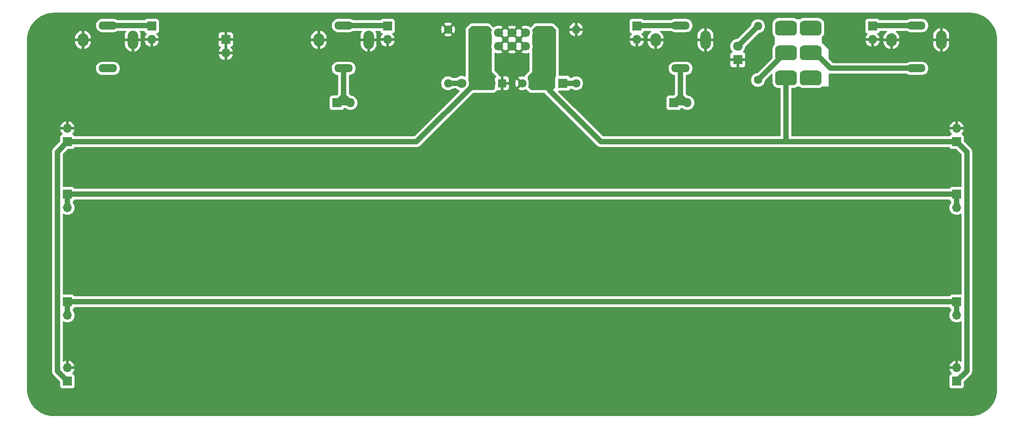
<source format=gbr>
%TF.GenerationSoftware,KiCad,Pcbnew,7.0.10-7.0.10~ubuntu22.04.1*%
%TF.CreationDate,2024-01-14T18:56:41-05:00*%
%TF.ProjectId,euro_1x,6575726f-5f31-4782-9e6b-696361645f70,rev?*%
%TF.SameCoordinates,Original*%
%TF.FileFunction,Copper,L1,Top*%
%TF.FilePolarity,Positive*%
%FSLAX46Y46*%
G04 Gerber Fmt 4.6, Leading zero omitted, Abs format (unit mm)*
G04 Created by KiCad (PCBNEW 7.0.10-7.0.10~ubuntu22.04.1) date 2024-01-14 18:56:41*
%MOMM*%
%LPD*%
G01*
G04 APERTURE LIST*
G04 Aperture macros list*
%AMRoundRect*
0 Rectangle with rounded corners*
0 $1 Rounding radius*
0 $2 $3 $4 $5 $6 $7 $8 $9 X,Y pos of 4 corners*
0 Add a 4 corners polygon primitive as box body*
4,1,4,$2,$3,$4,$5,$6,$7,$8,$9,$2,$3,0*
0 Add four circle primitives for the rounded corners*
1,1,$1+$1,$2,$3*
1,1,$1+$1,$4,$5*
1,1,$1+$1,$6,$7*
1,1,$1+$1,$8,$9*
0 Add four rect primitives between the rounded corners*
20,1,$1+$1,$2,$3,$4,$5,0*
20,1,$1+$1,$4,$5,$6,$7,0*
20,1,$1+$1,$6,$7,$8,$9,0*
20,1,$1+$1,$8,$9,$2,$3,0*%
G04 Aperture macros list end*
%TA.AperFunction,ComponentPad*%
%ADD10R,1.700000X1.700000*%
%TD*%
%TA.AperFunction,ComponentPad*%
%ADD11O,1.700000X1.700000*%
%TD*%
%TA.AperFunction,ComponentPad*%
%ADD12R,1.600000X1.600000*%
%TD*%
%TA.AperFunction,ComponentPad*%
%ADD13C,1.600000*%
%TD*%
%TA.AperFunction,ComponentPad*%
%ADD14R,1.800000X1.800000*%
%TD*%
%TA.AperFunction,ComponentPad*%
%ADD15C,1.800000*%
%TD*%
%TA.AperFunction,ComponentPad*%
%ADD16O,2.000000X3.500000*%
%TD*%
%TA.AperFunction,ComponentPad*%
%ADD17O,2.000000X2.500000*%
%TD*%
%TA.AperFunction,ComponentPad*%
%ADD18O,3.500000X1.500000*%
%TD*%
%TA.AperFunction,ComponentPad*%
%ADD19RoundRect,0.250000X0.600000X-0.600000X0.600000X0.600000X-0.600000X0.600000X-0.600000X-0.600000X0*%
%TD*%
%TA.AperFunction,ComponentPad*%
%ADD20C,1.700000*%
%TD*%
%TA.AperFunction,ComponentPad*%
%ADD21RoundRect,0.698500X-1.333500X-0.698500X1.333500X-0.698500X1.333500X0.698500X-1.333500X0.698500X0*%
%TD*%
%TA.AperFunction,ComponentPad*%
%ADD22O,1.600000X1.600000*%
%TD*%
%TA.AperFunction,ViaPad*%
%ADD23C,0.800000*%
%TD*%
%TA.AperFunction,Conductor*%
%ADD24C,1.000000*%
%TD*%
G04 APERTURE END LIST*
D10*
%TO.P,J9,1,Pin_1*%
%TO.N,-12V*%
X68580000Y-125476000D03*
D11*
%TO.P,J9,2,Pin_2*%
%TO.N,GND*%
X68580000Y-122936000D03*
%TD*%
D10*
%TO.P,J13,1,Pin_1*%
%TO.N,/1x Breadboard (Eurorack Power)/TO_OUT*%
X236220000Y-110490000D03*
D11*
%TO.P,J13,2,Pin_2*%
X236220000Y-113030000D03*
%TD*%
D10*
%TO.P,J7,1,Pin_1*%
%TO.N,+12V*%
X236220000Y-125476000D03*
D11*
%TO.P,J7,2,Pin_2*%
%TO.N,GND*%
X236220000Y-122936000D03*
%TD*%
D10*
%TO.P,JP1,1,A*%
%TO.N,/1x Breadboard (Eurorack Power)/TN_IN*%
X84455000Y-58420000D03*
D11*
%TO.P,JP1,2,B*%
%TO.N,GND*%
X84455000Y-60960000D03*
%TD*%
D10*
%TO.P,JP2,1,A*%
%TO.N,/1x Breadboard (Eurorack Power)/TN_OUT*%
X220345000Y-58420000D03*
D11*
%TO.P,JP2,2,B*%
%TO.N,GND*%
X220345000Y-60960000D03*
%TD*%
D12*
%TO.P,C2,1*%
%TO.N,GND*%
X150495000Y-69215000D03*
D13*
%TO.P,C2,2*%
%TO.N,-12V*%
X148495000Y-69215000D03*
%TD*%
D10*
%TO.P,JP4,1,A*%
%TO.N,/1x Breadboard (Eurorack Power)/TN_AUX2*%
X175895000Y-58420000D03*
D11*
%TO.P,JP4,2,B*%
%TO.N,GND*%
X175895000Y-60960000D03*
%TD*%
D10*
%TO.P,J14,1,Pin_1*%
%TO.N,/1x Breadboard (Eurorack Power)/AUX1*%
X119380000Y-72898000D03*
D11*
%TO.P,J14,2,Pin_2*%
X121920000Y-72898000D03*
%TD*%
D14*
%TO.P,D3,1,K*%
%TO.N,GND*%
X194945000Y-64770000D03*
D15*
%TO.P,D3,2,A*%
%TO.N,Net-(D3-A)*%
X194945000Y-62230000D03*
%TD*%
D10*
%TO.P,JP3,1,A*%
%TO.N,/1x Breadboard (Eurorack Power)/TN_AUX1*%
X128905000Y-58420000D03*
D11*
%TO.P,JP3,2,B*%
%TO.N,GND*%
X128905000Y-60960000D03*
%TD*%
D16*
%TO.P,J3,S*%
%TO.N,GND*%
X233300000Y-60995000D03*
D17*
X223900000Y-60995000D03*
D18*
%TO.P,J3,T*%
%TO.N,/1x Breadboard (Eurorack Power)/OUTPUT*%
X228600000Y-66395000D03*
%TO.P,J3,TN*%
%TO.N,/1x Breadboard (Eurorack Power)/TN_OUT*%
X228600000Y-58295000D03*
%TD*%
D10*
%TO.P,J8,1,Pin_1*%
%TO.N,-12V*%
X68580000Y-80264000D03*
D11*
%TO.P,J8,2,Pin_2*%
%TO.N,GND*%
X68580000Y-77724000D03*
%TD*%
D19*
%TO.P,J1,1,Pin_1*%
%TO.N,-12V*%
X147320000Y-62230000D03*
D20*
%TO.P,J1,2,Pin_2*%
X147320000Y-59690000D03*
%TO.P,J1,3,Pin_3*%
%TO.N,GND*%
X149860000Y-62230000D03*
%TO.P,J1,4,Pin_4*%
X149860000Y-59690000D03*
%TO.P,J1,5,Pin_5*%
X152400000Y-62230000D03*
%TO.P,J1,6,Pin_6*%
X152400000Y-59690000D03*
%TO.P,J1,7,Pin_7*%
X154940000Y-62230000D03*
%TO.P,J1,8,Pin_8*%
X154940000Y-59690000D03*
%TO.P,J1,9,Pin_9*%
%TO.N,+12V*%
X157480000Y-62230000D03*
%TO.P,J1,10,Pin_10*%
X157480000Y-59690000D03*
%TD*%
D14*
%TO.P,D2,1,K*%
%TO.N,-12V*%
X145415000Y-69215000D03*
D15*
%TO.P,D2,2,A*%
%TO.N,Net-(D2-A)*%
X142875000Y-69215000D03*
%TD*%
D16*
%TO.P,J5,S*%
%TO.N,GND*%
X188850000Y-60995000D03*
D17*
X179450000Y-60995000D03*
D18*
%TO.P,J5,T*%
%TO.N,/1x Breadboard (Eurorack Power)/AUX2*%
X184150000Y-66395000D03*
%TO.P,J5,TN*%
%TO.N,/1x Breadboard (Eurorack Power)/TN_AUX2*%
X184150000Y-58295000D03*
%TD*%
D21*
%TO.P,SW1,1,A*%
%TO.N,unconnected-(SW1A-A-Pad1)*%
X204025500Y-58801000D03*
%TO.P,SW1,2,B*%
%TO.N,/1x Breadboard (Eurorack Power)/EN*%
X204025500Y-63500000D03*
%TO.P,SW1,3,C*%
%TO.N,+12V*%
X204025500Y-68199000D03*
%TO.P,SW1,4,A*%
%TO.N,/1x Breadboard (Eurorack Power)/INPUT*%
X208724500Y-58801000D03*
%TO.P,SW1,5,B*%
%TO.N,/1x Breadboard (Eurorack Power)/OUTPUT*%
X208724500Y-63500000D03*
%TO.P,SW1,6,C*%
%TO.N,/1x Breadboard (Eurorack Power)/TO_OUT*%
X208724500Y-68199000D03*
%TD*%
D16*
%TO.P,J2,S*%
%TO.N,GND*%
X80900000Y-60995000D03*
D17*
X71500000Y-60995000D03*
D18*
%TO.P,J2,T*%
%TO.N,/1x Breadboard (Eurorack Power)/INPUT*%
X76200000Y-66395000D03*
%TO.P,J2,TN*%
%TO.N,/1x Breadboard (Eurorack Power)/TN_IN*%
X76200000Y-58295000D03*
%TD*%
D16*
%TO.P,J4,S*%
%TO.N,GND*%
X125350000Y-60995000D03*
D17*
X115950000Y-60995000D03*
D18*
%TO.P,J4,T*%
%TO.N,/1x Breadboard (Eurorack Power)/AUX1*%
X120650000Y-66395000D03*
%TO.P,J4,TN*%
%TO.N,/1x Breadboard (Eurorack Power)/TN_AUX1*%
X120650000Y-58295000D03*
%TD*%
D10*
%TO.P,J12,1,Pin_1*%
%TO.N,/1x Breadboard (Eurorack Power)/TO_OUT*%
X68580000Y-110490000D03*
D11*
%TO.P,J12,2,Pin_2*%
X68580000Y-113030000D03*
%TD*%
D14*
%TO.P,D1,1,K*%
%TO.N,Net-(D1-K)*%
X161925000Y-69215000D03*
D15*
%TO.P,D1,2,A*%
%TO.N,+12V*%
X159385000Y-69215000D03*
%TD*%
D10*
%TO.P,J6,1,Pin_1*%
%TO.N,+12V*%
X236220000Y-80264000D03*
D11*
%TO.P,J6,2,Pin_2*%
%TO.N,GND*%
X236220000Y-77724000D03*
%TD*%
D10*
%TO.P,J18,1,Pin_1*%
%TO.N,GND*%
X98425000Y-60960000D03*
D11*
%TO.P,J18,2,Pin_2*%
X98425000Y-63500000D03*
%TD*%
D13*
%TO.P,R3,1*%
%TO.N,/1x Breadboard (Eurorack Power)/EN*%
X198755000Y-68580000D03*
D22*
%TO.P,R3,2*%
%TO.N,Net-(D3-A)*%
X198755000Y-58420000D03*
%TD*%
D10*
%TO.P,J15,1,Pin_1*%
%TO.N,/1x Breadboard (Eurorack Power)/AUX2*%
X182880000Y-72898000D03*
D11*
%TO.P,J15,2,Pin_2*%
X185420000Y-72898000D03*
%TD*%
D12*
%TO.P,C1,1*%
%TO.N,+12V*%
X156305000Y-69215000D03*
D13*
%TO.P,C1,2*%
%TO.N,GND*%
X154305000Y-69215000D03*
%TD*%
D10*
%TO.P,J11,1,Pin_1*%
%TO.N,/1x Breadboard (Eurorack Power)/INPUT*%
X236220000Y-90170000D03*
D11*
%TO.P,J11,2,Pin_2*%
X236220000Y-92710000D03*
%TD*%
D10*
%TO.P,J10,1,Pin_1*%
%TO.N,/1x Breadboard (Eurorack Power)/INPUT*%
X68580000Y-90170000D03*
D11*
%TO.P,J10,2,Pin_2*%
X68580000Y-92710000D03*
%TD*%
D13*
%TO.P,R1,1*%
%TO.N,Net-(D1-K)*%
X164465000Y-69215000D03*
D22*
%TO.P,R1,2*%
%TO.N,GND*%
X164465000Y-59055000D03*
%TD*%
D13*
%TO.P,R2,1*%
%TO.N,GND*%
X140335000Y-59055000D03*
D22*
%TO.P,R2,2*%
%TO.N,Net-(D2-A)*%
X140335000Y-69215000D03*
%TD*%
D23*
%TO.N,GND*%
X164465000Y-112395000D03*
X143510000Y-116205000D03*
X178435000Y-85090000D03*
X153670000Y-63500000D03*
X238760000Y-71755000D03*
X181610000Y-100330000D03*
X68580000Y-108585000D03*
X233045000Y-66675000D03*
X181610000Y-120650000D03*
X130175000Y-92075000D03*
X194310000Y-88265000D03*
X80010000Y-81915000D03*
X112395000Y-108585000D03*
X175260000Y-81915000D03*
X99060000Y-116205000D03*
X149860000Y-81915000D03*
X173355000Y-100330000D03*
X143510000Y-75565000D03*
X207010000Y-88265000D03*
X157480000Y-71755000D03*
X181610000Y-92075000D03*
X168910000Y-116205000D03*
X101600000Y-66675000D03*
X103505000Y-108585000D03*
X121285000Y-120650000D03*
X143510000Y-88265000D03*
X134620000Y-116205000D03*
X210820000Y-78105000D03*
X170815000Y-71755000D03*
X156210000Y-112395000D03*
X152400000Y-67310000D03*
X90170000Y-125095000D03*
X130175000Y-128905000D03*
X233680000Y-120650000D03*
X154305000Y-66040000D03*
X236220000Y-115570000D03*
X164465000Y-100330000D03*
X127000000Y-131445000D03*
X99060000Y-95885000D03*
X175260000Y-88265000D03*
X89535000Y-85090000D03*
X72390000Y-125095000D03*
X198755000Y-120650000D03*
X153035000Y-78740000D03*
X78105000Y-78105000D03*
X153035000Y-85090000D03*
X207010000Y-92075000D03*
X198755000Y-108585000D03*
X64770000Y-116205000D03*
X198755000Y-100330000D03*
X224790000Y-120650000D03*
X149860000Y-88265000D03*
X186055000Y-104775000D03*
X116840000Y-116205000D03*
X186055000Y-125095000D03*
X111760000Y-78105000D03*
X190500000Y-56515000D03*
X61595000Y-88265000D03*
X169545000Y-78105000D03*
X72390000Y-116205000D03*
X180340000Y-66040000D03*
X222250000Y-95885000D03*
X240030000Y-88265000D03*
X152400000Y-95885000D03*
X147955000Y-112395000D03*
X168910000Y-88265000D03*
X173355000Y-128905000D03*
X86360000Y-81915000D03*
X68580000Y-87630000D03*
X68580000Y-94615000D03*
X127635000Y-68580000D03*
X224790000Y-81915000D03*
X186055000Y-116205000D03*
X72390000Y-57785000D03*
X152400000Y-125095000D03*
X162560000Y-71120000D03*
X130175000Y-120650000D03*
X124460000Y-81915000D03*
X88900000Y-66675000D03*
X70485000Y-112395000D03*
X61595000Y-116205000D03*
X240030000Y-116205000D03*
X68580000Y-128270000D03*
X112395000Y-100330000D03*
X224790000Y-78105000D03*
X73660000Y-81915000D03*
X94615000Y-112395000D03*
X177800000Y-104775000D03*
X228600000Y-56515000D03*
X95250000Y-61595000D03*
X64770000Y-121285000D03*
X139065000Y-100330000D03*
X68580000Y-114935000D03*
X194310000Y-95885000D03*
X165100000Y-73660000D03*
X226060000Y-64770000D03*
X121285000Y-92075000D03*
X219710000Y-85090000D03*
X143510000Y-81915000D03*
X61595000Y-63500000D03*
X215900000Y-120650000D03*
X175895000Y-73660000D03*
X99060000Y-104775000D03*
X194310000Y-78105000D03*
X236220000Y-95885000D03*
X229235000Y-125095000D03*
X68580000Y-100330000D03*
X125730000Y-125095000D03*
X168275000Y-66040000D03*
X201930000Y-70485000D03*
X243205000Y-88265000D03*
X160655000Y-125095000D03*
X133350000Y-78105000D03*
X198755000Y-73660000D03*
X214630000Y-104775000D03*
X164465000Y-108585000D03*
X99060000Y-88265000D03*
X121285000Y-128905000D03*
X85725000Y-92075000D03*
X125730000Y-104775000D03*
X233680000Y-112395000D03*
X226060000Y-92075000D03*
X211455000Y-125095000D03*
X187960000Y-88265000D03*
X194310000Y-81915000D03*
X173355000Y-92075000D03*
X82550000Y-73025000D03*
X168910000Y-104775000D03*
X134620000Y-95885000D03*
X240665000Y-95885000D03*
X112395000Y-128905000D03*
X147320000Y-71755000D03*
X147955000Y-120650000D03*
X76835000Y-92075000D03*
X211455000Y-116205000D03*
X92710000Y-81915000D03*
X66040000Y-71120000D03*
X105410000Y-81915000D03*
X152400000Y-71120000D03*
X101600000Y-131445000D03*
X162560000Y-88265000D03*
X74295000Y-78105000D03*
X200660000Y-88265000D03*
X215900000Y-131445000D03*
X125730000Y-116205000D03*
X222250000Y-104775000D03*
X243205000Y-116205000D03*
X173355000Y-108585000D03*
X173355000Y-112395000D03*
X101600000Y-56515000D03*
X210820000Y-71120000D03*
X206375000Y-78105000D03*
X224790000Y-112395000D03*
X156210000Y-120650000D03*
X214630000Y-78105000D03*
X103505000Y-100330000D03*
X240030000Y-81915000D03*
X220345000Y-116205000D03*
X228600000Y-131445000D03*
X147320000Y-57150000D03*
X149860000Y-66040000D03*
X243205000Y-76200000D03*
X79375000Y-64135000D03*
X81280000Y-104775000D03*
X76835000Y-85090000D03*
X177800000Y-131445000D03*
X90170000Y-116205000D03*
X198755000Y-128905000D03*
X239395000Y-131445000D03*
X121285000Y-112395000D03*
X88900000Y-56515000D03*
X156210000Y-108585000D03*
X164465000Y-120650000D03*
X224790000Y-128905000D03*
X76200000Y-56515000D03*
X99060000Y-81915000D03*
X152400000Y-116205000D03*
X139700000Y-131445000D03*
X130175000Y-108585000D03*
X64770000Y-107315000D03*
X111760000Y-88265000D03*
X151130000Y-63500000D03*
X135890000Y-63500000D03*
X103505000Y-92075000D03*
X224790000Y-88265000D03*
X234315000Y-78105000D03*
X181610000Y-81915000D03*
X152400000Y-131445000D03*
X215900000Y-112395000D03*
X76835000Y-120650000D03*
X149860000Y-75565000D03*
X64770000Y-94615000D03*
X62230000Y-127635000D03*
X86360000Y-88265000D03*
X229870000Y-104775000D03*
X153670000Y-60960000D03*
X233680000Y-92075000D03*
X125730000Y-95885000D03*
X81280000Y-125095000D03*
X182245000Y-62230000D03*
X76835000Y-108585000D03*
X116840000Y-104775000D03*
X61595000Y-101600000D03*
X68580000Y-131445000D03*
X95250000Y-73025000D03*
X141605000Y-70485000D03*
X152400000Y-56515000D03*
X139065000Y-108585000D03*
X156210000Y-128905000D03*
X203200000Y-131445000D03*
X234315000Y-81915000D03*
X206375000Y-70485000D03*
X114935000Y-85090000D03*
X153670000Y-58420000D03*
X193675000Y-57785000D03*
X242570000Y-127635000D03*
X181610000Y-88265000D03*
X149860000Y-57150000D03*
X121285000Y-108585000D03*
X177800000Y-56515000D03*
X181610000Y-78105000D03*
X234315000Y-74295000D03*
X76835000Y-112395000D03*
X207010000Y-120650000D03*
X220980000Y-64770000D03*
X210820000Y-81915000D03*
X116840000Y-95885000D03*
X215900000Y-128905000D03*
X203835000Y-85090000D03*
X207010000Y-100330000D03*
X114300000Y-131445000D03*
X160655000Y-95885000D03*
X200660000Y-81915000D03*
X229235000Y-116205000D03*
X187960000Y-81915000D03*
X72390000Y-95885000D03*
X118110000Y-81915000D03*
X210820000Y-112395000D03*
X61595000Y-76200000D03*
X189865000Y-120650000D03*
X137160000Y-88265000D03*
X76835000Y-100330000D03*
X99060000Y-125095000D03*
X169545000Y-57785000D03*
X103505000Y-128905000D03*
X186690000Y-64770000D03*
X94615000Y-128905000D03*
X116840000Y-125095000D03*
X152400000Y-104775000D03*
X186055000Y-95885000D03*
X181610000Y-128905000D03*
X157480000Y-57150000D03*
X72390000Y-104775000D03*
X71120000Y-78105000D03*
X176530000Y-66675000D03*
X189865000Y-112395000D03*
X189865000Y-128905000D03*
X243205000Y-60960000D03*
X81280000Y-95885000D03*
X191135000Y-85090000D03*
X85725000Y-128905000D03*
X137160000Y-81915000D03*
X143510000Y-125095000D03*
X214630000Y-88265000D03*
X85725000Y-120650000D03*
X201930000Y-78105000D03*
X233680000Y-100330000D03*
X61595000Y-60960000D03*
X112395000Y-92075000D03*
X76835000Y-128905000D03*
X151130000Y-60960000D03*
X207010000Y-81915000D03*
X118110000Y-88265000D03*
X73660000Y-88265000D03*
X86360000Y-78105000D03*
X238760000Y-56515000D03*
X102235000Y-85090000D03*
X240030000Y-121285000D03*
X107950000Y-116205000D03*
X164465000Y-92075000D03*
X218440000Y-100330000D03*
X66675000Y-62865000D03*
X81280000Y-116205000D03*
X218440000Y-92075000D03*
X156210000Y-92075000D03*
X189865000Y-108585000D03*
X194310000Y-116205000D03*
X103505000Y-112395000D03*
X153670000Y-72390000D03*
X220345000Y-125095000D03*
X137795000Y-73660000D03*
X124460000Y-88265000D03*
X76200000Y-131445000D03*
X156210000Y-88265000D03*
X181610000Y-108585000D03*
X107950000Y-95885000D03*
X189865000Y-100330000D03*
X123825000Y-73533000D03*
X103505000Y-120650000D03*
X94615000Y-92075000D03*
X236220000Y-104775000D03*
X90170000Y-104775000D03*
X218440000Y-73025000D03*
X236220000Y-120650000D03*
X194310000Y-125095000D03*
X203200000Y-125095000D03*
X156210000Y-72390000D03*
X160655000Y-116205000D03*
X203200000Y-95885000D03*
X156210000Y-99060000D03*
X207010000Y-128905000D03*
X151130000Y-58420000D03*
X165100000Y-131445000D03*
X214630000Y-64770000D03*
X80010000Y-88265000D03*
X85725000Y-108585000D03*
X203200000Y-56515000D03*
X203200000Y-116205000D03*
X139065000Y-128905000D03*
X72390000Y-64135000D03*
X151130000Y-72390000D03*
X130175000Y-100330000D03*
X140335000Y-78740000D03*
X94615000Y-120650000D03*
X207010000Y-108585000D03*
X168910000Y-95885000D03*
X148590000Y-72390000D03*
X147955000Y-108585000D03*
X112395000Y-112395000D03*
X107950000Y-104775000D03*
X143510000Y-95885000D03*
X215900000Y-56515000D03*
X243205000Y-101600000D03*
X240030000Y-106680000D03*
X198755000Y-112395000D03*
X134620000Y-125095000D03*
X168910000Y-125095000D03*
X154940000Y-57150000D03*
X177800000Y-116205000D03*
X108585000Y-61595000D03*
X168910000Y-81915000D03*
X210820000Y-88265000D03*
X127635000Y-85090000D03*
X92710000Y-88265000D03*
X161925000Y-75565000D03*
X143510000Y-104775000D03*
X88900000Y-131445000D03*
X165100000Y-78740000D03*
X160655000Y-104775000D03*
X85725000Y-112395000D03*
X233680000Y-128905000D03*
X140335000Y-85090000D03*
X139700000Y-56515000D03*
X243205000Y-63500000D03*
X112395000Y-120650000D03*
X121285000Y-100330000D03*
X66040000Y-56515000D03*
X114300000Y-66675000D03*
X177800000Y-125095000D03*
X78105000Y-74295000D03*
X139065000Y-112395000D03*
X220980000Y-67945000D03*
X234315000Y-88265000D03*
X164465000Y-128905000D03*
X139065000Y-120650000D03*
X207010000Y-112395000D03*
X218440000Y-108585000D03*
X68580000Y-120650000D03*
X64770000Y-100330000D03*
X130175000Y-112395000D03*
X99060000Y-78105000D03*
X156210000Y-75565000D03*
X238125000Y-62230000D03*
X236220000Y-85090000D03*
X165100000Y-56515000D03*
X107950000Y-125095000D03*
X130810000Y-81915000D03*
X105410000Y-88265000D03*
X181610000Y-112395000D03*
X189230000Y-73660000D03*
X108585000Y-73025000D03*
X210820000Y-92075000D03*
X214630000Y-81915000D03*
X229870000Y-95885000D03*
X203200000Y-104775000D03*
X177800000Y-95885000D03*
X173355000Y-120650000D03*
X210820000Y-108585000D03*
X226060000Y-108585000D03*
X226060000Y-100330000D03*
X198755000Y-92075000D03*
X90170000Y-95885000D03*
X152400000Y-64770000D03*
X70485000Y-85090000D03*
X111760000Y-81915000D03*
X117475000Y-73533000D03*
X134620000Y-104775000D03*
X147955000Y-92075000D03*
X214630000Y-95885000D03*
X94615000Y-100330000D03*
X233680000Y-108585000D03*
X68580000Y-82550000D03*
X127000000Y-56515000D03*
X193675000Y-68580000D03*
X124460000Y-78105000D03*
X214630000Y-67945000D03*
X156210000Y-81915000D03*
X190500000Y-131445000D03*
X147955000Y-128905000D03*
X212090000Y-59055000D03*
X114300000Y-56515000D03*
X162560000Y-81915000D03*
X210820000Y-100330000D03*
X194310000Y-104775000D03*
X139065000Y-92075000D03*
X94615000Y-108585000D03*
X147955000Y-98425000D03*
X85725000Y-100330000D03*
X165735000Y-85090000D03*
X229870000Y-85090000D03*
X189865000Y-92075000D03*
X130810000Y-88265000D03*
%TO.N,/1x Breadboard (Eurorack Power)/INPUT*%
X212725000Y-90170000D03*
%TO.N,/1x Breadboard (Eurorack Power)/TO_OUT*%
X208915000Y-110490000D03*
%TD*%
D24*
%TO.N,+12V*%
X238125000Y-82169000D02*
X236220000Y-80264000D01*
X159385000Y-70487792D02*
X159385000Y-69215000D01*
X169161208Y-80264000D02*
X159385000Y-70487792D01*
X236220000Y-125476000D02*
X238125000Y-123571000D01*
X238125000Y-123571000D02*
X238125000Y-82169000D01*
X236220000Y-80264000D02*
X169161208Y-80264000D01*
X204025500Y-68199000D02*
X204025500Y-80264000D01*
%TO.N,-12V*%
X66675000Y-82169000D02*
X66675000Y-123571000D01*
X66675000Y-123571000D02*
X68580000Y-125476000D01*
X134366000Y-80264000D02*
X68580000Y-80264000D01*
X145415000Y-69215000D02*
X134366000Y-80264000D01*
X68580000Y-80264000D02*
X66675000Y-82169000D01*
%TO.N,Net-(D1-K)*%
X161925000Y-69215000D02*
X164465000Y-69215000D01*
%TO.N,/1x Breadboard (Eurorack Power)/TN_IN*%
X84330000Y-58295000D02*
X84455000Y-58420000D01*
X76200000Y-58295000D02*
X84330000Y-58295000D01*
%TO.N,/1x Breadboard (Eurorack Power)/TN_OUT*%
X228600000Y-58295000D02*
X220470000Y-58295000D01*
X220470000Y-58295000D02*
X220345000Y-58420000D01*
%TO.N,/1x Breadboard (Eurorack Power)/AUX1*%
X119380000Y-72898000D02*
X120650000Y-72898000D01*
X120650000Y-66395000D02*
X120650000Y-72898000D01*
X121920000Y-72898000D02*
X120650000Y-71628000D01*
X120650000Y-71628000D02*
X119380000Y-72898000D01*
X120650000Y-66395000D02*
X120650000Y-72390000D01*
X120650000Y-72898000D02*
X121920000Y-72898000D01*
%TO.N,/1x Breadboard (Eurorack Power)/TN_AUX1*%
X128780000Y-58295000D02*
X128905000Y-58420000D01*
X120650000Y-58295000D02*
X128780000Y-58295000D01*
%TO.N,/1x Breadboard (Eurorack Power)/AUX2*%
X184130000Y-71648000D02*
X182880000Y-72898000D01*
X184170000Y-71648000D02*
X184130000Y-71648000D01*
X185420000Y-72898000D02*
X184170000Y-71648000D01*
X185420000Y-72898000D02*
X184130000Y-72898000D01*
X184150000Y-66395000D02*
X184150000Y-72365000D01*
X184130000Y-72898000D02*
X182880000Y-72898000D01*
%TO.N,/1x Breadboard (Eurorack Power)/TN_AUX2*%
X184150000Y-58295000D02*
X176020000Y-58295000D01*
X176020000Y-58295000D02*
X175895000Y-58420000D01*
%TO.N,/1x Breadboard (Eurorack Power)/INPUT*%
X236220000Y-90170000D02*
X236220000Y-92710000D01*
X236220000Y-90170000D02*
X68580000Y-90170000D01*
X68580000Y-92710000D02*
X68580000Y-90170000D01*
%TO.N,/1x Breadboard (Eurorack Power)/OUTPUT*%
X209550000Y-63500000D02*
X212445000Y-66395000D01*
X208724500Y-63500000D02*
X209550000Y-63500000D01*
X212445000Y-66395000D02*
X228600000Y-66395000D01*
%TO.N,/1x Breadboard (Eurorack Power)/TO_OUT*%
X208915000Y-110490000D02*
X236220000Y-110490000D01*
X236220000Y-113030000D02*
X236220000Y-110490000D01*
X68580000Y-110490000D02*
X208915000Y-110490000D01*
X68580000Y-113030000D02*
X68580000Y-110490000D01*
%TO.N,Net-(D2-A)*%
X140335000Y-69215000D02*
X142875000Y-69215000D01*
%TO.N,Net-(D3-A)*%
X198755000Y-58420000D02*
X194945000Y-62230000D01*
%TO.N,/1x Breadboard (Eurorack Power)/EN*%
X203835000Y-63500000D02*
X198755000Y-68580000D01*
X204025500Y-63500000D02*
X203835000Y-63500000D01*
%TD*%
%TA.AperFunction,Conductor*%
%TO.N,-12V*%
G36*
X147970677Y-58439685D02*
G01*
X147991319Y-58456319D01*
X148553681Y-59018681D01*
X148587166Y-59080004D01*
X148590000Y-59106362D01*
X148590000Y-59195444D01*
X148585775Y-59227537D01*
X148524938Y-59454586D01*
X148524936Y-59454596D01*
X148504341Y-59689999D01*
X148504341Y-59690000D01*
X148524936Y-59925403D01*
X148524937Y-59925408D01*
X148585775Y-60152463D01*
X148590000Y-60184552D01*
X148590000Y-61735444D01*
X148585775Y-61767537D01*
X148524938Y-61994586D01*
X148524936Y-61994596D01*
X148504341Y-62229999D01*
X148504341Y-62230000D01*
X148524936Y-62465403D01*
X148524937Y-62465408D01*
X148585775Y-62692463D01*
X148590000Y-62724552D01*
X148590000Y-67056000D01*
X149381524Y-67847524D01*
X149415009Y-67908847D01*
X149410025Y-67978539D01*
X149368155Y-68034471D01*
X149337452Y-68057455D01*
X149251206Y-68172664D01*
X149251202Y-68172671D01*
X149200908Y-68307517D01*
X149194501Y-68367116D01*
X149194500Y-68367135D01*
X149194500Y-70062870D01*
X149194502Y-70062889D01*
X149195112Y-70068566D01*
X149182703Y-70137325D01*
X149159504Y-70169495D01*
X149019912Y-70309088D01*
X148880317Y-70448682D01*
X148818997Y-70482166D01*
X148792638Y-70485000D01*
X144831362Y-70485000D01*
X144764323Y-70465315D01*
X144743681Y-70448681D01*
X144191541Y-69896541D01*
X144158056Y-69835218D01*
X144163040Y-69765526D01*
X144165659Y-69759066D01*
X144204157Y-69671300D01*
X144261134Y-69446305D01*
X144280300Y-69215000D01*
X144280300Y-69214993D01*
X144261135Y-68983702D01*
X144261133Y-68983691D01*
X144204157Y-68758699D01*
X144155444Y-68647645D01*
X144145000Y-68597835D01*
X144145000Y-59106362D01*
X144164685Y-59039323D01*
X144181319Y-59018681D01*
X144743681Y-58456319D01*
X144805004Y-58422834D01*
X144831362Y-58420000D01*
X147903638Y-58420000D01*
X147970677Y-58439685D01*
G37*
%TD.AperFunction*%
%TD*%
%TA.AperFunction,Conductor*%
%TO.N,GND*%
G36*
X234872898Y-91190185D02*
G01*
X234918653Y-91242989D01*
X234922030Y-91251140D01*
X234926204Y-91262331D01*
X234926205Y-91262332D01*
X234926206Y-91262335D01*
X235012452Y-91377544D01*
X235012455Y-91377547D01*
X235127665Y-91463794D01*
X235127667Y-91463794D01*
X235127669Y-91463796D01*
X235138830Y-91467958D01*
X235194764Y-91509826D01*
X235219184Y-91575289D01*
X235219500Y-91584141D01*
X235219500Y-91749241D01*
X235199815Y-91816280D01*
X235183181Y-91836922D01*
X235181505Y-91838597D01*
X235045965Y-92032169D01*
X235045964Y-92032171D01*
X234946098Y-92246335D01*
X234946094Y-92246344D01*
X234884938Y-92474586D01*
X234884936Y-92474596D01*
X234864341Y-92709999D01*
X234864341Y-92710000D01*
X234884936Y-92945403D01*
X234884938Y-92945413D01*
X234946094Y-93173655D01*
X234946096Y-93173659D01*
X234946097Y-93173663D01*
X235045965Y-93387830D01*
X235045967Y-93387834D01*
X235154281Y-93542521D01*
X235181505Y-93581401D01*
X235348599Y-93748495D01*
X235445384Y-93816265D01*
X235542165Y-93884032D01*
X235542167Y-93884033D01*
X235542170Y-93884035D01*
X235756337Y-93983903D01*
X235984592Y-94045063D01*
X236172918Y-94061539D01*
X236219999Y-94065659D01*
X236220000Y-94065659D01*
X236220001Y-94065659D01*
X236259234Y-94062226D01*
X236455408Y-94045063D01*
X236683663Y-93983903D01*
X236897830Y-93884035D01*
X236929377Y-93861945D01*
X236995581Y-93839618D01*
X237063348Y-93856627D01*
X237111162Y-93907574D01*
X237124500Y-93963520D01*
X237124500Y-109015500D01*
X237104815Y-109082539D01*
X237052011Y-109128294D01*
X237000500Y-109139500D01*
X235322129Y-109139500D01*
X235322123Y-109139501D01*
X235262516Y-109145908D01*
X235127671Y-109196202D01*
X235127664Y-109196206D01*
X235012455Y-109282452D01*
X235012452Y-109282455D01*
X234926206Y-109397664D01*
X234926204Y-109397668D01*
X234926204Y-109397669D01*
X234922039Y-109408834D01*
X234880171Y-109464766D01*
X234814707Y-109489184D01*
X234805859Y-109489500D01*
X69994141Y-109489500D01*
X69927102Y-109469815D01*
X69881347Y-109417011D01*
X69877969Y-109408859D01*
X69873796Y-109397669D01*
X69873793Y-109397665D01*
X69873793Y-109397664D01*
X69787547Y-109282455D01*
X69787544Y-109282452D01*
X69672335Y-109196206D01*
X69672328Y-109196202D01*
X69537482Y-109145908D01*
X69537483Y-109145908D01*
X69477883Y-109139501D01*
X69477881Y-109139500D01*
X69477873Y-109139500D01*
X69477865Y-109139500D01*
X67799500Y-109139500D01*
X67732461Y-109119815D01*
X67686706Y-109067011D01*
X67675500Y-109015500D01*
X67675500Y-93963520D01*
X67695185Y-93896481D01*
X67747989Y-93850726D01*
X67817147Y-93840782D01*
X67870621Y-93861944D01*
X67902170Y-93884035D01*
X68116337Y-93983903D01*
X68344592Y-94045063D01*
X68532918Y-94061539D01*
X68579999Y-94065659D01*
X68580000Y-94065659D01*
X68580001Y-94065659D01*
X68619234Y-94062226D01*
X68815408Y-94045063D01*
X69043663Y-93983903D01*
X69257830Y-93884035D01*
X69451401Y-93748495D01*
X69618495Y-93581401D01*
X69754035Y-93387830D01*
X69853903Y-93173663D01*
X69915063Y-92945408D01*
X69935659Y-92710000D01*
X69915063Y-92474592D01*
X69853903Y-92246337D01*
X69754035Y-92032171D01*
X69618495Y-91838599D01*
X69618494Y-91838597D01*
X69616819Y-91836922D01*
X69616315Y-91836000D01*
X69615014Y-91834449D01*
X69615325Y-91834187D01*
X69583334Y-91775599D01*
X69580500Y-91749241D01*
X69580500Y-91584141D01*
X69600185Y-91517102D01*
X69652989Y-91471347D01*
X69661149Y-91467966D01*
X69672331Y-91463796D01*
X69787546Y-91377546D01*
X69873796Y-91262331D01*
X69877960Y-91251165D01*
X69919829Y-91195234D01*
X69985293Y-91170816D01*
X69994141Y-91170500D01*
X234805859Y-91170500D01*
X234872898Y-91190185D01*
G37*
%TD.AperFunction*%
%TA.AperFunction,Conductor*%
G36*
X154480507Y-62439844D02*
G01*
X154558239Y-62560798D01*
X154666900Y-62654952D01*
X154797685Y-62714680D01*
X154807464Y-62716086D01*
X154178625Y-63344925D01*
X154262421Y-63403599D01*
X154476507Y-63503429D01*
X154476516Y-63503433D01*
X154704673Y-63564567D01*
X154704684Y-63564569D01*
X154939998Y-63585157D01*
X154940002Y-63585157D01*
X155175315Y-63564569D01*
X155175326Y-63564567D01*
X155403483Y-63503433D01*
X155403492Y-63503430D01*
X155528095Y-63445326D01*
X155597172Y-63434834D01*
X155660956Y-63463353D01*
X155699196Y-63521830D01*
X155704500Y-63557708D01*
X155704500Y-66795254D01*
X155684815Y-66862293D01*
X155668181Y-66882935D01*
X154999892Y-67551223D01*
X154999855Y-67551262D01*
X154963728Y-67591480D01*
X154963718Y-67591492D01*
X154947076Y-67612143D01*
X154915433Y-67656025D01*
X154855663Y-67786899D01*
X154835976Y-67853943D01*
X154834058Y-67867287D01*
X154805032Y-67930842D01*
X154746254Y-67968616D01*
X154679227Y-67969414D01*
X154531610Y-67929860D01*
X154531599Y-67929858D01*
X154305002Y-67910034D01*
X154304998Y-67910034D01*
X154078400Y-67929858D01*
X154078389Y-67929860D01*
X153858682Y-67988730D01*
X153858673Y-67988734D01*
X153652516Y-68084866D01*
X153652512Y-68084868D01*
X153579526Y-68135973D01*
X153579526Y-68135974D01*
X154260599Y-68817046D01*
X154179852Y-68829835D01*
X154066955Y-68887359D01*
X153977359Y-68976955D01*
X153919835Y-69089852D01*
X153907046Y-69170598D01*
X153225974Y-68489526D01*
X153225973Y-68489526D01*
X153174868Y-68562512D01*
X153174866Y-68562516D01*
X153078734Y-68768673D01*
X153078730Y-68768682D01*
X153019860Y-68988389D01*
X153019858Y-68988400D01*
X153000034Y-69214997D01*
X153000034Y-69215002D01*
X153019858Y-69441599D01*
X153019860Y-69441610D01*
X153078730Y-69661317D01*
X153078735Y-69661331D01*
X153174863Y-69867478D01*
X153225974Y-69940472D01*
X153907046Y-69259400D01*
X153919835Y-69340148D01*
X153977359Y-69453045D01*
X154066955Y-69542641D01*
X154179852Y-69600165D01*
X154260597Y-69612953D01*
X153579526Y-70294025D01*
X153652513Y-70345132D01*
X153652521Y-70345136D01*
X153858668Y-70441264D01*
X153858682Y-70441269D01*
X154078389Y-70500139D01*
X154078400Y-70500141D01*
X154304998Y-70519966D01*
X154305002Y-70519966D01*
X154531599Y-70500141D01*
X154531610Y-70500139D01*
X154751317Y-70441269D01*
X154751331Y-70441264D01*
X154957478Y-70345136D01*
X154962170Y-70342428D01*
X154962833Y-70343576D01*
X155023004Y-70323278D01*
X155090773Y-70340282D01*
X155115614Y-70359499D01*
X155348824Y-70592708D01*
X155562239Y-70806123D01*
X155562255Y-70806137D01*
X155562262Y-70806144D01*
X155602480Y-70842271D01*
X155602492Y-70842281D01*
X155602500Y-70842288D01*
X155623142Y-70858922D01*
X155667026Y-70890567D01*
X155797903Y-70950338D01*
X155864942Y-70970023D01*
X155864946Y-70970024D01*
X156007362Y-70990500D01*
X158446747Y-70990500D01*
X158513786Y-71010185D01*
X158555166Y-71054323D01*
X158559586Y-71062286D01*
X158559589Y-71062292D01*
X158559591Y-71062294D01*
X158579410Y-71085380D01*
X158588855Y-71097907D01*
X158605599Y-71123313D01*
X158647299Y-71165012D01*
X158653704Y-71171923D01*
X158692130Y-71216684D01*
X158692134Y-71216687D01*
X158708370Y-71229255D01*
X158716193Y-71235310D01*
X158727972Y-71245685D01*
X168443639Y-80961351D01*
X168445832Y-80963600D01*
X168506148Y-81027052D01*
X168506156Y-81027058D01*
X168554570Y-81060755D01*
X168562079Y-81066416D01*
X168607801Y-81103698D01*
X168634773Y-81117786D01*
X168648188Y-81125915D01*
X168673159Y-81143295D01*
X168701313Y-81155377D01*
X168727371Y-81166559D01*
X168735871Y-81170595D01*
X168788159Y-81197909D01*
X168817407Y-81206277D01*
X168832183Y-81211538D01*
X168860150Y-81223540D01*
X168860153Y-81223540D01*
X168860154Y-81223541D01*
X168917921Y-81235412D01*
X168927074Y-81237658D01*
X168983790Y-81253887D01*
X169014122Y-81256196D01*
X169029671Y-81258377D01*
X169059463Y-81264500D01*
X169059467Y-81264500D01*
X169118449Y-81264500D01*
X169127863Y-81264857D01*
X169136217Y-81265494D01*
X169186683Y-81269337D01*
X169186683Y-81269336D01*
X169186684Y-81269337D01*
X169216859Y-81265493D01*
X169232526Y-81264500D01*
X203997000Y-81264500D01*
X204003278Y-81264658D01*
X204076436Y-81268369D01*
X204092357Y-81265930D01*
X204111133Y-81264500D01*
X234805859Y-81264500D01*
X234872898Y-81284185D01*
X234918653Y-81336989D01*
X234922030Y-81345140D01*
X234926204Y-81356331D01*
X234926205Y-81356332D01*
X234926206Y-81356335D01*
X235012452Y-81471544D01*
X235012455Y-81471547D01*
X235127664Y-81557793D01*
X235127671Y-81557797D01*
X235262517Y-81608091D01*
X235262516Y-81608091D01*
X235269444Y-81608835D01*
X235322127Y-81614500D01*
X236104216Y-81614499D01*
X236171255Y-81634183D01*
X236191897Y-81650818D01*
X237088181Y-82547101D01*
X237121666Y-82608424D01*
X237124500Y-82634782D01*
X237124500Y-88695500D01*
X237104815Y-88762539D01*
X237052011Y-88808294D01*
X237000500Y-88819500D01*
X235322129Y-88819500D01*
X235322123Y-88819501D01*
X235262516Y-88825908D01*
X235127671Y-88876202D01*
X235127664Y-88876206D01*
X235012455Y-88962452D01*
X235012452Y-88962455D01*
X234926206Y-89077664D01*
X234926204Y-89077668D01*
X234926204Y-89077669D01*
X234922039Y-89088834D01*
X234880171Y-89144766D01*
X234814707Y-89169184D01*
X234805859Y-89169500D01*
X69994141Y-89169500D01*
X69927102Y-89149815D01*
X69881347Y-89097011D01*
X69877969Y-89088859D01*
X69873796Y-89077669D01*
X69873793Y-89077665D01*
X69873793Y-89077664D01*
X69787547Y-88962455D01*
X69787544Y-88962452D01*
X69672335Y-88876206D01*
X69672328Y-88876202D01*
X69537482Y-88825908D01*
X69537483Y-88825908D01*
X69477883Y-88819501D01*
X69477881Y-88819500D01*
X69477873Y-88819500D01*
X69477865Y-88819500D01*
X67799500Y-88819500D01*
X67732461Y-88799815D01*
X67686706Y-88747011D01*
X67675500Y-88695500D01*
X67675500Y-82634781D01*
X67695185Y-82567742D01*
X67711815Y-82547104D01*
X68608101Y-81650817D01*
X68669424Y-81617333D01*
X68695782Y-81614499D01*
X69477871Y-81614499D01*
X69477872Y-81614499D01*
X69537483Y-81608091D01*
X69672331Y-81557796D01*
X69787546Y-81471546D01*
X69873796Y-81356331D01*
X69877960Y-81345165D01*
X69919829Y-81289234D01*
X69985293Y-81264816D01*
X69994141Y-81264500D01*
X134351721Y-81264500D01*
X134354863Y-81264540D01*
X134442358Y-81266757D01*
X134442358Y-81266756D01*
X134442363Y-81266757D01*
X134500425Y-81256349D01*
X134509754Y-81255041D01*
X134568438Y-81249074D01*
X134597471Y-81239964D01*
X134612700Y-81236226D01*
X134642653Y-81230858D01*
X134642657Y-81230856D01*
X134642659Y-81230856D01*
X134697423Y-81208980D01*
X134706292Y-81205821D01*
X134762588Y-81188159D01*
X134789200Y-81173387D01*
X134803362Y-81166662D01*
X134831617Y-81155377D01*
X134880879Y-81122909D01*
X134888910Y-81118043D01*
X134940502Y-81089409D01*
X134940509Y-81089402D01*
X134940512Y-81089401D01*
X134963583Y-81069594D01*
X134976125Y-81060137D01*
X135001519Y-81043402D01*
X135043237Y-81001682D01*
X135050122Y-80995301D01*
X135094895Y-80956866D01*
X135113520Y-80932802D01*
X135123880Y-80921039D01*
X145018102Y-71026819D01*
X145079425Y-70993334D01*
X145105783Y-70990500D01*
X148792639Y-70990500D01*
X148799701Y-70990121D01*
X148846676Y-70987603D01*
X148846682Y-70987602D01*
X148846688Y-70987602D01*
X148856295Y-70986568D01*
X148873035Y-70984769D01*
X148873045Y-70984767D01*
X148873048Y-70984767D01*
X148926447Y-70976114D01*
X148926447Y-70976113D01*
X148926453Y-70976113D01*
X149061262Y-70925830D01*
X149122582Y-70892346D01*
X149237759Y-70806124D01*
X149498418Y-70545464D01*
X149559737Y-70511982D01*
X149599353Y-70509859D01*
X149647158Y-70514999D01*
X149647172Y-70515000D01*
X150245000Y-70515000D01*
X150245000Y-69530686D01*
X150256955Y-69542641D01*
X150369852Y-69600165D01*
X150463519Y-69615000D01*
X150526481Y-69615000D01*
X150620148Y-69600165D01*
X150733045Y-69542641D01*
X150745000Y-69530686D01*
X150745000Y-70515000D01*
X151342828Y-70515000D01*
X151342844Y-70514999D01*
X151402372Y-70508598D01*
X151402379Y-70508596D01*
X151537086Y-70458354D01*
X151537093Y-70458350D01*
X151652187Y-70372190D01*
X151652190Y-70372187D01*
X151738350Y-70257093D01*
X151738354Y-70257086D01*
X151788596Y-70122379D01*
X151788598Y-70122372D01*
X151794999Y-70062844D01*
X151795000Y-70062827D01*
X151795000Y-69465000D01*
X150810686Y-69465000D01*
X150822641Y-69453045D01*
X150880165Y-69340148D01*
X150899986Y-69215000D01*
X150880165Y-69089852D01*
X150822641Y-68976955D01*
X150810686Y-68965000D01*
X151795000Y-68965000D01*
X151795000Y-68367172D01*
X151794999Y-68367155D01*
X151788598Y-68307627D01*
X151788596Y-68307620D01*
X151738354Y-68172913D01*
X151738350Y-68172906D01*
X151652190Y-68057812D01*
X151652187Y-68057809D01*
X151537093Y-67971649D01*
X151537086Y-67971645D01*
X151402379Y-67921403D01*
X151402372Y-67921401D01*
X151342844Y-67915000D01*
X150745000Y-67915000D01*
X150745000Y-68899314D01*
X150733045Y-68887359D01*
X150620148Y-68829835D01*
X150526481Y-68815000D01*
X150463519Y-68815000D01*
X150369852Y-68829835D01*
X150256955Y-68887359D01*
X150245000Y-68899314D01*
X150245000Y-67915000D01*
X150032530Y-67915000D01*
X149965491Y-67895315D01*
X149919736Y-67842511D01*
X149911419Y-67809931D01*
X149910841Y-67810057D01*
X149908957Y-67801395D01*
X149894953Y-67763850D01*
X149858675Y-67666586D01*
X149825190Y-67605263D01*
X149738966Y-67490082D01*
X149738961Y-67490077D01*
X149738956Y-67490071D01*
X149131819Y-66882934D01*
X149098334Y-66821611D01*
X149095500Y-66795253D01*
X149095500Y-63557708D01*
X149115185Y-63490669D01*
X149167989Y-63444914D01*
X149237147Y-63434970D01*
X149271905Y-63445326D01*
X149396507Y-63503430D01*
X149396516Y-63503433D01*
X149624673Y-63564567D01*
X149624684Y-63564569D01*
X149859998Y-63585157D01*
X149860002Y-63585157D01*
X150095315Y-63564569D01*
X150095326Y-63564567D01*
X150323483Y-63503433D01*
X150323492Y-63503429D01*
X150537578Y-63403600D01*
X150537582Y-63403598D01*
X150621373Y-63344926D01*
X150621373Y-63344925D01*
X149992534Y-62716086D01*
X150002315Y-62714680D01*
X150133100Y-62654952D01*
X150241761Y-62560798D01*
X150319493Y-62439844D01*
X150343076Y-62359524D01*
X150974925Y-62991373D01*
X151028425Y-62914968D01*
X151083002Y-62871344D01*
X151152501Y-62864151D01*
X151214855Y-62895673D01*
X151231576Y-62914969D01*
X151285073Y-62991372D01*
X151916922Y-62359523D01*
X151940507Y-62439844D01*
X152018239Y-62560798D01*
X152126900Y-62654952D01*
X152257685Y-62714680D01*
X152267466Y-62716086D01*
X151638625Y-63344925D01*
X151722421Y-63403599D01*
X151936507Y-63503429D01*
X151936516Y-63503433D01*
X152164673Y-63564567D01*
X152164684Y-63564569D01*
X152399998Y-63585157D01*
X152400002Y-63585157D01*
X152635315Y-63564569D01*
X152635326Y-63564567D01*
X152863483Y-63503433D01*
X152863492Y-63503429D01*
X153077578Y-63403600D01*
X153077582Y-63403598D01*
X153161373Y-63344926D01*
X153161373Y-63344925D01*
X152532533Y-62716086D01*
X152542315Y-62714680D01*
X152673100Y-62654952D01*
X152781761Y-62560798D01*
X152859493Y-62439844D01*
X152883076Y-62359524D01*
X153514925Y-62991373D01*
X153568425Y-62914968D01*
X153623002Y-62871344D01*
X153692501Y-62864151D01*
X153754855Y-62895673D01*
X153771576Y-62914969D01*
X153825073Y-62991372D01*
X154456922Y-62359523D01*
X154480507Y-62439844D01*
G37*
%TD.AperFunction*%
%TA.AperFunction,Conductor*%
G36*
X154480507Y-59899844D02*
G01*
X154558239Y-60020798D01*
X154666900Y-60114952D01*
X154797685Y-60174680D01*
X154807464Y-60176086D01*
X154178625Y-60804925D01*
X154255031Y-60858425D01*
X154298655Y-60913002D01*
X154305848Y-60982501D01*
X154274326Y-61044855D01*
X154255029Y-61061576D01*
X154178625Y-61115072D01*
X154807466Y-61743913D01*
X154797685Y-61745320D01*
X154666900Y-61805048D01*
X154558239Y-61899202D01*
X154480507Y-62020156D01*
X154456923Y-62100476D01*
X153825072Y-61468625D01*
X153825072Y-61468626D01*
X153771574Y-61545030D01*
X153716998Y-61588655D01*
X153647499Y-61595849D01*
X153585144Y-61564326D01*
X153568424Y-61545030D01*
X153514925Y-61468626D01*
X153514925Y-61468625D01*
X152883076Y-62100475D01*
X152859493Y-62020156D01*
X152781761Y-61899202D01*
X152673100Y-61805048D01*
X152542315Y-61745320D01*
X152532533Y-61743913D01*
X153161373Y-61115073D01*
X153084969Y-61061576D01*
X153041344Y-61006999D01*
X153034150Y-60937501D01*
X153065672Y-60875146D01*
X153084968Y-60858425D01*
X153161373Y-60804925D01*
X152532533Y-60176086D01*
X152542315Y-60174680D01*
X152673100Y-60114952D01*
X152781761Y-60020798D01*
X152859493Y-59899844D01*
X152883076Y-59819524D01*
X153514925Y-60451373D01*
X153568425Y-60374968D01*
X153623002Y-60331344D01*
X153692501Y-60324151D01*
X153754855Y-60355673D01*
X153771576Y-60374969D01*
X153825073Y-60451372D01*
X154456922Y-59819523D01*
X154480507Y-59899844D01*
G37*
%TD.AperFunction*%
%TA.AperFunction,Conductor*%
G36*
X151940507Y-59899844D02*
G01*
X152018239Y-60020798D01*
X152126900Y-60114952D01*
X152257685Y-60174680D01*
X152267466Y-60176086D01*
X151638625Y-60804925D01*
X151715031Y-60858425D01*
X151758655Y-60913002D01*
X151765848Y-60982501D01*
X151734326Y-61044855D01*
X151715029Y-61061576D01*
X151638625Y-61115072D01*
X152267466Y-61743913D01*
X152257685Y-61745320D01*
X152126900Y-61805048D01*
X152018239Y-61899202D01*
X151940507Y-62020156D01*
X151916923Y-62100475D01*
X151285073Y-61468625D01*
X151285072Y-61468626D01*
X151231574Y-61545030D01*
X151176998Y-61588655D01*
X151107499Y-61595849D01*
X151045144Y-61564326D01*
X151028424Y-61545030D01*
X150974925Y-61468626D01*
X150974925Y-61468625D01*
X150343076Y-62100475D01*
X150319493Y-62020156D01*
X150241761Y-61899202D01*
X150133100Y-61805048D01*
X150002315Y-61745320D01*
X149992533Y-61743913D01*
X150621373Y-61115073D01*
X150544969Y-61061576D01*
X150501344Y-61006999D01*
X150494150Y-60937501D01*
X150525672Y-60875146D01*
X150544968Y-60858425D01*
X150621373Y-60804925D01*
X149992534Y-60176086D01*
X150002315Y-60174680D01*
X150133100Y-60114952D01*
X150241761Y-60020798D01*
X150319493Y-59899844D01*
X150343076Y-59819524D01*
X150974925Y-60451373D01*
X151028425Y-60374968D01*
X151083002Y-60331344D01*
X151152501Y-60324151D01*
X151214855Y-60355673D01*
X151231576Y-60374969D01*
X151285073Y-60451372D01*
X151916922Y-59819523D01*
X151940507Y-59899844D01*
G37*
%TD.AperFunction*%
%TA.AperFunction,Conductor*%
G36*
X98675000Y-63064498D02*
G01*
X98567315Y-63015320D01*
X98460763Y-63000000D01*
X98389237Y-63000000D01*
X98282685Y-63015320D01*
X98175000Y-63064498D01*
X98175000Y-61395501D01*
X98282685Y-61444680D01*
X98389237Y-61460000D01*
X98460763Y-61460000D01*
X98567315Y-61444680D01*
X98675000Y-61395501D01*
X98675000Y-63064498D01*
G37*
%TD.AperFunction*%
%TA.AperFunction,Conductor*%
G36*
X238762564Y-55880603D02*
G01*
X238977505Y-55889493D01*
X239180251Y-55898346D01*
X239190122Y-55899175D01*
X239405512Y-55926024D01*
X239405965Y-55926082D01*
X239608506Y-55952747D01*
X239617714Y-55954316D01*
X239829801Y-55998786D01*
X239830992Y-55999043D01*
X240030556Y-56043285D01*
X240039066Y-56045493D01*
X240246631Y-56107287D01*
X240248338Y-56107810D01*
X240443386Y-56169309D01*
X240451156Y-56172047D01*
X240652771Y-56250717D01*
X240655001Y-56251614D01*
X240844006Y-56329902D01*
X240850977Y-56333047D01*
X241045329Y-56428060D01*
X241048125Y-56429471D01*
X241229489Y-56523883D01*
X241235700Y-56527346D01*
X241421538Y-56638081D01*
X241424598Y-56639966D01*
X241597155Y-56749897D01*
X241602550Y-56753538D01*
X241778566Y-56879212D01*
X241781998Y-56881753D01*
X241818692Y-56909909D01*
X241944252Y-57006254D01*
X241948878Y-57009985D01*
X242113945Y-57149790D01*
X242117523Y-57152942D01*
X242266476Y-57289432D01*
X242268308Y-57291111D01*
X242272216Y-57294852D01*
X242425146Y-57447782D01*
X242428887Y-57451690D01*
X242567051Y-57602470D01*
X242570215Y-57606061D01*
X242710001Y-57771105D01*
X242713753Y-57775757D01*
X242714037Y-57776127D01*
X242838245Y-57938000D01*
X242840786Y-57941432D01*
X242966460Y-58117448D01*
X242970113Y-58122861D01*
X243080010Y-58295364D01*
X243081930Y-58298481D01*
X243192649Y-58484293D01*
X243196115Y-58490509D01*
X243290527Y-58671873D01*
X243291938Y-58674669D01*
X243386943Y-58869003D01*
X243390104Y-58876011D01*
X243468355Y-59064925D01*
X243469311Y-59067303D01*
X243547948Y-59268834D01*
X243550692Y-59276621D01*
X243612158Y-59471564D01*
X243612742Y-59473470D01*
X243674501Y-59680916D01*
X243676717Y-59689460D01*
X243720934Y-59888911D01*
X243721234Y-59890302D01*
X243765677Y-60102257D01*
X243767255Y-60111519D01*
X243793889Y-60313827D01*
X243793998Y-60314674D01*
X243820819Y-60529845D01*
X243821653Y-60539774D01*
X243830524Y-60742948D01*
X243830536Y-60743234D01*
X243839392Y-60957387D01*
X243839498Y-60962510D01*
X243839498Y-126997486D01*
X243839392Y-127002610D01*
X243830524Y-127217016D01*
X243830512Y-127217301D01*
X243821652Y-127420220D01*
X243820818Y-127430149D01*
X243793996Y-127645322D01*
X243793887Y-127646169D01*
X243767253Y-127848477D01*
X243765675Y-127857738D01*
X243721249Y-128069618D01*
X243720949Y-128071011D01*
X243676710Y-128270557D01*
X243674494Y-128279100D01*
X243612747Y-128486503D01*
X243612163Y-128488407D01*
X243550693Y-128683371D01*
X243547949Y-128691160D01*
X243469307Y-128892700D01*
X243468351Y-128895078D01*
X243390102Y-129083987D01*
X243386942Y-129090994D01*
X243291946Y-129285312D01*
X243290534Y-129288109D01*
X243196116Y-129469482D01*
X243192650Y-129475698D01*
X243081917Y-129661533D01*
X243079974Y-129664685D01*
X242970123Y-129837116D01*
X242966460Y-129842545D01*
X242840780Y-130018570D01*
X242838239Y-130022002D01*
X242713766Y-130184219D01*
X242710013Y-130188874D01*
X242570227Y-130353920D01*
X242567026Y-130357552D01*
X242428866Y-130508327D01*
X242425125Y-130512235D01*
X242272235Y-130665125D01*
X242268327Y-130668866D01*
X242117552Y-130807026D01*
X242113920Y-130810227D01*
X241948874Y-130950013D01*
X241944219Y-130953766D01*
X241782002Y-131078239D01*
X241778570Y-131080780D01*
X241602545Y-131206460D01*
X241597116Y-131210123D01*
X241424685Y-131319974D01*
X241421533Y-131321917D01*
X241235698Y-131432650D01*
X241229482Y-131436116D01*
X241048109Y-131530534D01*
X241045312Y-131531946D01*
X240850994Y-131626942D01*
X240843987Y-131630102D01*
X240655078Y-131708351D01*
X240652700Y-131709307D01*
X240451160Y-131787949D01*
X240443371Y-131790693D01*
X240248407Y-131852163D01*
X240246503Y-131852747D01*
X240039100Y-131914494D01*
X240030557Y-131916710D01*
X239831011Y-131960949D01*
X239829618Y-131961249D01*
X239617738Y-132005675D01*
X239608477Y-132007253D01*
X239406169Y-132033887D01*
X239405322Y-132033996D01*
X239190149Y-132060818D01*
X239180220Y-132061652D01*
X238977408Y-132070507D01*
X238977124Y-132070519D01*
X238762563Y-132079394D01*
X238757438Y-132079500D01*
X66042562Y-132079500D01*
X66037437Y-132079394D01*
X65822874Y-132070519D01*
X65822590Y-132070507D01*
X65619778Y-132061652D01*
X65609849Y-132060818D01*
X65394676Y-132033996D01*
X65393829Y-132033887D01*
X65191521Y-132007253D01*
X65182260Y-132005675D01*
X64970380Y-131961249D01*
X64968987Y-131960949D01*
X64769441Y-131916710D01*
X64760898Y-131914494D01*
X64553495Y-131852747D01*
X64551591Y-131852163D01*
X64356627Y-131790693D01*
X64348845Y-131787951D01*
X64218255Y-131736995D01*
X64147298Y-131709307D01*
X64144920Y-131708351D01*
X63956011Y-131630102D01*
X63949004Y-131626942D01*
X63754657Y-131531931D01*
X63751889Y-131530534D01*
X63570516Y-131436116D01*
X63564300Y-131432650D01*
X63378465Y-131321917D01*
X63375313Y-131319974D01*
X63202882Y-131210123D01*
X63197453Y-131206460D01*
X63021428Y-131080780D01*
X63017996Y-131078239D01*
X62855779Y-130953766D01*
X62851124Y-130950013D01*
X62686078Y-130810227D01*
X62682446Y-130807026D01*
X62531671Y-130668866D01*
X62527763Y-130665125D01*
X62374873Y-130512235D01*
X62371132Y-130508327D01*
X62232972Y-130357552D01*
X62229771Y-130353920D01*
X62089985Y-130188874D01*
X62086232Y-130184219D01*
X61961759Y-130022002D01*
X61959218Y-130018570D01*
X61833538Y-129842545D01*
X61829875Y-129837116D01*
X61720024Y-129664685D01*
X61718081Y-129661533D01*
X61607348Y-129475698D01*
X61603882Y-129469482D01*
X61509464Y-129288109D01*
X61508098Y-129285404D01*
X61413043Y-129090965D01*
X61409896Y-129083987D01*
X61331626Y-128895027D01*
X61330712Y-128892754D01*
X61252034Y-128691119D01*
X61249316Y-128683404D01*
X61187835Y-128488407D01*
X61187251Y-128486503D01*
X61125504Y-128279100D01*
X61123288Y-128270557D01*
X61079009Y-128070827D01*
X61078787Y-128069797D01*
X61034319Y-127857718D01*
X61032749Y-127848504D01*
X61006084Y-127645963D01*
X61006026Y-127645510D01*
X60979177Y-127430120D01*
X60978348Y-127420249D01*
X60969495Y-127217498D01*
X60960606Y-127002562D01*
X60960500Y-126997438D01*
X60960500Y-82194474D01*
X65669662Y-82194474D01*
X65673506Y-82224649D01*
X65674500Y-82240317D01*
X65674500Y-123556721D01*
X65674460Y-123559861D01*
X65672243Y-123647362D01*
X65672243Y-123647371D01*
X65682648Y-123705420D01*
X65683956Y-123714748D01*
X65689925Y-123773430D01*
X65689927Y-123773444D01*
X65699033Y-123802468D01*
X65702772Y-123817701D01*
X65708142Y-123847653D01*
X65708142Y-123847655D01*
X65730020Y-123902424D01*
X65733177Y-123911292D01*
X65750841Y-123967588D01*
X65750842Y-123967589D01*
X65750844Y-123967595D01*
X65765603Y-123994185D01*
X65772336Y-124008361D01*
X65783622Y-124036614D01*
X65783627Y-124036624D01*
X65816080Y-124085866D01*
X65820962Y-124093923D01*
X65849588Y-124145498D01*
X65849589Y-124145500D01*
X65849591Y-124145502D01*
X65869410Y-124168588D01*
X65878855Y-124181115D01*
X65895599Y-124206521D01*
X65937299Y-124248220D01*
X65943704Y-124255131D01*
X65982130Y-124299892D01*
X66006193Y-124318518D01*
X66017972Y-124328893D01*
X67193181Y-125504101D01*
X67226666Y-125565424D01*
X67229500Y-125591782D01*
X67229500Y-126373870D01*
X67229501Y-126373876D01*
X67235908Y-126433483D01*
X67286202Y-126568328D01*
X67286206Y-126568335D01*
X67372452Y-126683544D01*
X67372455Y-126683547D01*
X67487664Y-126769793D01*
X67487671Y-126769797D01*
X67622517Y-126820091D01*
X67622516Y-126820091D01*
X67629444Y-126820835D01*
X67682127Y-126826500D01*
X69477872Y-126826499D01*
X69537483Y-126820091D01*
X69672331Y-126769796D01*
X69787546Y-126683546D01*
X69873796Y-126568331D01*
X69924091Y-126433483D01*
X69930500Y-126373873D01*
X69930499Y-124578128D01*
X69924091Y-124518517D01*
X69873796Y-124383669D01*
X69873795Y-124383668D01*
X69873793Y-124383664D01*
X69787547Y-124268455D01*
X69787544Y-124268452D01*
X69672335Y-124182206D01*
X69672328Y-124182202D01*
X69540401Y-124132997D01*
X69484467Y-124091126D01*
X69460050Y-124025662D01*
X69474902Y-123957389D01*
X69496053Y-123929133D01*
X69618108Y-123807078D01*
X69753600Y-123613578D01*
X69853429Y-123399492D01*
X69853432Y-123399486D01*
X69910636Y-123186000D01*
X69013686Y-123186000D01*
X69039493Y-123145844D01*
X69080000Y-123007889D01*
X69080000Y-122864111D01*
X69039493Y-122726156D01*
X69013686Y-122686000D01*
X69910636Y-122686000D01*
X69910635Y-122685999D01*
X69853432Y-122472513D01*
X69853429Y-122472507D01*
X69753600Y-122258422D01*
X69753599Y-122258420D01*
X69618113Y-122064926D01*
X69618108Y-122064920D01*
X69451082Y-121897894D01*
X69257578Y-121762399D01*
X69043492Y-121662570D01*
X69043486Y-121662567D01*
X68830000Y-121605364D01*
X68830000Y-122500498D01*
X68722315Y-122451320D01*
X68615763Y-122436000D01*
X68544237Y-122436000D01*
X68437685Y-122451320D01*
X68330000Y-122500498D01*
X68330000Y-121605364D01*
X68329999Y-121605364D01*
X68116513Y-121662567D01*
X68116507Y-121662570D01*
X67902422Y-121762399D01*
X67870622Y-121784666D01*
X67804416Y-121806993D01*
X67736649Y-121789981D01*
X67688836Y-121739033D01*
X67675500Y-121683090D01*
X67675500Y-114283520D01*
X67695185Y-114216481D01*
X67747989Y-114170726D01*
X67817147Y-114160782D01*
X67870621Y-114181944D01*
X67902170Y-114204035D01*
X68116337Y-114303903D01*
X68344592Y-114365063D01*
X68532918Y-114381539D01*
X68579999Y-114385659D01*
X68580000Y-114385659D01*
X68580001Y-114385659D01*
X68619234Y-114382226D01*
X68815408Y-114365063D01*
X69043663Y-114303903D01*
X69257830Y-114204035D01*
X69451401Y-114068495D01*
X69618495Y-113901401D01*
X69754035Y-113707830D01*
X69853903Y-113493663D01*
X69915063Y-113265408D01*
X69935659Y-113030000D01*
X69915063Y-112794592D01*
X69853903Y-112566337D01*
X69754035Y-112352171D01*
X69618495Y-112158599D01*
X69618494Y-112158597D01*
X69616819Y-112156922D01*
X69616315Y-112156000D01*
X69615014Y-112154449D01*
X69615325Y-112154187D01*
X69583334Y-112095599D01*
X69580500Y-112069241D01*
X69580500Y-111904141D01*
X69600185Y-111837102D01*
X69652989Y-111791347D01*
X69661149Y-111787966D01*
X69672331Y-111783796D01*
X69787546Y-111697546D01*
X69873796Y-111582331D01*
X69877960Y-111571165D01*
X69919829Y-111515234D01*
X69985293Y-111490816D01*
X69994141Y-111490500D01*
X208813259Y-111490500D01*
X234805859Y-111490500D01*
X234872898Y-111510185D01*
X234918653Y-111562989D01*
X234922030Y-111571140D01*
X234926204Y-111582331D01*
X234926205Y-111582332D01*
X234926206Y-111582335D01*
X235012452Y-111697544D01*
X235012455Y-111697547D01*
X235127665Y-111783794D01*
X235127667Y-111783794D01*
X235127669Y-111783796D01*
X235138830Y-111787958D01*
X235194764Y-111829826D01*
X235219184Y-111895289D01*
X235219500Y-111904141D01*
X235219500Y-112069241D01*
X235199815Y-112136280D01*
X235183181Y-112156922D01*
X235181505Y-112158597D01*
X235045965Y-112352169D01*
X235045964Y-112352171D01*
X234946098Y-112566335D01*
X234946094Y-112566344D01*
X234884938Y-112794586D01*
X234884936Y-112794596D01*
X234864341Y-113029999D01*
X234864341Y-113030000D01*
X234884936Y-113265403D01*
X234884938Y-113265413D01*
X234946094Y-113493655D01*
X234946096Y-113493659D01*
X234946097Y-113493663D01*
X235045965Y-113707830D01*
X235045967Y-113707834D01*
X235154281Y-113862521D01*
X235181505Y-113901401D01*
X235348599Y-114068495D01*
X235445384Y-114136265D01*
X235542165Y-114204032D01*
X235542167Y-114204033D01*
X235542170Y-114204035D01*
X235756337Y-114303903D01*
X235984592Y-114365063D01*
X236172918Y-114381539D01*
X236219999Y-114385659D01*
X236220000Y-114385659D01*
X236220001Y-114385659D01*
X236259234Y-114382226D01*
X236455408Y-114365063D01*
X236683663Y-114303903D01*
X236897830Y-114204035D01*
X236929377Y-114181945D01*
X236995581Y-114159618D01*
X237063348Y-114176627D01*
X237111162Y-114227574D01*
X237124500Y-114283520D01*
X237124500Y-121683090D01*
X237104815Y-121750129D01*
X237052011Y-121795884D01*
X236982853Y-121805828D01*
X236929376Y-121784665D01*
X236897578Y-121762400D01*
X236683492Y-121662570D01*
X236683486Y-121662567D01*
X236470000Y-121605364D01*
X236470000Y-122500498D01*
X236362315Y-122451320D01*
X236255763Y-122436000D01*
X236184237Y-122436000D01*
X236077685Y-122451320D01*
X235970000Y-122500498D01*
X235970000Y-121605364D01*
X235969999Y-121605364D01*
X235756513Y-121662567D01*
X235756507Y-121662570D01*
X235542422Y-121762399D01*
X235542420Y-121762400D01*
X235348926Y-121897886D01*
X235348920Y-121897891D01*
X235181891Y-122064920D01*
X235181886Y-122064926D01*
X235046400Y-122258420D01*
X235046399Y-122258422D01*
X234946570Y-122472507D01*
X234946567Y-122472513D01*
X234889364Y-122685999D01*
X234889364Y-122686000D01*
X235786314Y-122686000D01*
X235760507Y-122726156D01*
X235720000Y-122864111D01*
X235720000Y-123007889D01*
X235760507Y-123145844D01*
X235786314Y-123186000D01*
X234889364Y-123186000D01*
X234946567Y-123399486D01*
X234946570Y-123399492D01*
X235046399Y-123613578D01*
X235181894Y-123807082D01*
X235303946Y-123929134D01*
X235337431Y-123990457D01*
X235332447Y-124060149D01*
X235290575Y-124116082D01*
X235259598Y-124132997D01*
X235127671Y-124182202D01*
X235127664Y-124182206D01*
X235012455Y-124268452D01*
X235012452Y-124268455D01*
X234926206Y-124383664D01*
X234926202Y-124383671D01*
X234875908Y-124518517D01*
X234869501Y-124578116D01*
X234869501Y-124578123D01*
X234869500Y-124578135D01*
X234869500Y-126373870D01*
X234869501Y-126373876D01*
X234875908Y-126433483D01*
X234926202Y-126568328D01*
X234926206Y-126568335D01*
X235012452Y-126683544D01*
X235012455Y-126683547D01*
X235127664Y-126769793D01*
X235127671Y-126769797D01*
X235262517Y-126820091D01*
X235262516Y-126820091D01*
X235269444Y-126820835D01*
X235322127Y-126826500D01*
X237117872Y-126826499D01*
X237177483Y-126820091D01*
X237312331Y-126769796D01*
X237427546Y-126683546D01*
X237513796Y-126568331D01*
X237564091Y-126433483D01*
X237570500Y-126373873D01*
X237570499Y-125591781D01*
X237590183Y-125524743D01*
X237606813Y-125504106D01*
X238822390Y-124288528D01*
X238824559Y-124286413D01*
X238888053Y-124226059D01*
X238921752Y-124177641D01*
X238927428Y-124170113D01*
X238928678Y-124168580D01*
X238964698Y-124124407D01*
X238978782Y-124097444D01*
X238986919Y-124084013D01*
X239004292Y-124059053D01*
X239004295Y-124059049D01*
X239027563Y-124004825D01*
X239031582Y-123996361D01*
X239058909Y-123944049D01*
X239067278Y-123914797D01*
X239072538Y-123900023D01*
X239084540Y-123872058D01*
X239096415Y-123814268D01*
X239098649Y-123805162D01*
X239114887Y-123748418D01*
X239117197Y-123718077D01*
X239119376Y-123702535D01*
X239125500Y-123672741D01*
X239125500Y-123613758D01*
X239125858Y-123604342D01*
X239130337Y-123545527D01*
X239126493Y-123515339D01*
X239125500Y-123499675D01*
X239125500Y-82183277D01*
X239125540Y-82180135D01*
X239127757Y-82092641D01*
X239127756Y-82092640D01*
X239127757Y-82092637D01*
X239117349Y-82034573D01*
X239116041Y-82025242D01*
X239110074Y-81966562D01*
X239100963Y-81937524D01*
X239097226Y-81922301D01*
X239091858Y-81892347D01*
X239069966Y-81837541D01*
X239066821Y-81828706D01*
X239056545Y-81795952D01*
X239049161Y-81772416D01*
X239049160Y-81772414D01*
X239034399Y-81745821D01*
X239027663Y-81731636D01*
X239016380Y-81703388D01*
X239016378Y-81703383D01*
X238983914Y-81654126D01*
X238979040Y-81646082D01*
X238950409Y-81594498D01*
X238930590Y-81571412D01*
X238921145Y-81558884D01*
X238904404Y-81533484D01*
X238862699Y-81491779D01*
X238856306Y-81484882D01*
X238817866Y-81440105D01*
X238793800Y-81421476D01*
X238782022Y-81411102D01*
X237606818Y-80235898D01*
X237573333Y-80174575D01*
X237570499Y-80148217D01*
X237570499Y-79366129D01*
X237570498Y-79366123D01*
X237570497Y-79366116D01*
X237564091Y-79306517D01*
X237513796Y-79171669D01*
X237513795Y-79171668D01*
X237513793Y-79171664D01*
X237427547Y-79056455D01*
X237427544Y-79056452D01*
X237312335Y-78970206D01*
X237312328Y-78970202D01*
X237180401Y-78920997D01*
X237124467Y-78879126D01*
X237100050Y-78813662D01*
X237114902Y-78745389D01*
X237136053Y-78717133D01*
X237258108Y-78595078D01*
X237393600Y-78401578D01*
X237493429Y-78187492D01*
X237493432Y-78187486D01*
X237550636Y-77974000D01*
X236653686Y-77974000D01*
X236679493Y-77933844D01*
X236720000Y-77795889D01*
X236720000Y-77652111D01*
X236679493Y-77514156D01*
X236653686Y-77474000D01*
X237550636Y-77474000D01*
X237550635Y-77473999D01*
X237493432Y-77260513D01*
X237493429Y-77260507D01*
X237393600Y-77046422D01*
X237393599Y-77046420D01*
X237258113Y-76852926D01*
X237258108Y-76852920D01*
X237091082Y-76685894D01*
X236897578Y-76550399D01*
X236683492Y-76450570D01*
X236683486Y-76450567D01*
X236470000Y-76393364D01*
X236470000Y-77288498D01*
X236362315Y-77239320D01*
X236255763Y-77224000D01*
X236184237Y-77224000D01*
X236077685Y-77239320D01*
X235970000Y-77288498D01*
X235970000Y-76393364D01*
X235969999Y-76393364D01*
X235756513Y-76450567D01*
X235756507Y-76450570D01*
X235542422Y-76550399D01*
X235542420Y-76550400D01*
X235348926Y-76685886D01*
X235348920Y-76685891D01*
X235181891Y-76852920D01*
X235181886Y-76852926D01*
X235046400Y-77046420D01*
X235046399Y-77046422D01*
X234946570Y-77260507D01*
X234946567Y-77260513D01*
X234889364Y-77473999D01*
X234889364Y-77474000D01*
X235786314Y-77474000D01*
X235760507Y-77514156D01*
X235720000Y-77652111D01*
X235720000Y-77795889D01*
X235760507Y-77933844D01*
X235786314Y-77974000D01*
X234889364Y-77974000D01*
X234946567Y-78187486D01*
X234946570Y-78187492D01*
X235046399Y-78401578D01*
X235181894Y-78595082D01*
X235303946Y-78717134D01*
X235337431Y-78778457D01*
X235332447Y-78848149D01*
X235290575Y-78904082D01*
X235259598Y-78920997D01*
X235127671Y-78970202D01*
X235127664Y-78970206D01*
X235012455Y-79056452D01*
X235012452Y-79056455D01*
X234926206Y-79171664D01*
X234926204Y-79171668D01*
X234926204Y-79171669D01*
X234922039Y-79182834D01*
X234880171Y-79238766D01*
X234814707Y-79263184D01*
X234805859Y-79263500D01*
X205150000Y-79263500D01*
X205082961Y-79243815D01*
X205037206Y-79191011D01*
X205026000Y-79139500D01*
X205026000Y-70220499D01*
X205045685Y-70153460D01*
X205098489Y-70107705D01*
X205150000Y-70096499D01*
X205433012Y-70096499D01*
X205466590Y-70094168D01*
X205525359Y-70090090D01*
X205741664Y-70039215D01*
X205944938Y-69949461D01*
X206058455Y-69871700D01*
X206124887Y-69850054D01*
X206128532Y-69850000D01*
X206621468Y-69850000D01*
X206688507Y-69869685D01*
X206691545Y-69871700D01*
X206805062Y-69949461D01*
X207008336Y-70039215D01*
X207008342Y-70039216D01*
X207008344Y-70039217D01*
X207224630Y-70090088D01*
X207224635Y-70090088D01*
X207224641Y-70090090D01*
X207316991Y-70096500D01*
X210132008Y-70096499D01*
X210132012Y-70096499D01*
X210165590Y-70094168D01*
X210224359Y-70090090D01*
X210440664Y-70039215D01*
X210643938Y-69949461D01*
X210757455Y-69871700D01*
X210823887Y-69850054D01*
X210827532Y-69850000D01*
X212090000Y-69850000D01*
X212090000Y-67498529D01*
X212109685Y-67431490D01*
X212162489Y-67385735D01*
X212231647Y-67375791D01*
X212248102Y-67379311D01*
X212267582Y-67384886D01*
X212297918Y-67387196D01*
X212313457Y-67389376D01*
X212343255Y-67395500D01*
X212343259Y-67395500D01*
X212402244Y-67395500D01*
X212411659Y-67395857D01*
X212470476Y-67400337D01*
X212500651Y-67396493D01*
X212516318Y-67395500D01*
X226802234Y-67395500D01*
X226865829Y-67413050D01*
X227055236Y-67526215D01*
X227265859Y-67605263D01*
X227265976Y-67605307D01*
X227487450Y-67645500D01*
X227487453Y-67645500D01*
X229656148Y-67645500D01*
X229656155Y-67645500D01*
X229824188Y-67630377D01*
X229890257Y-67612143D01*
X230041160Y-67570496D01*
X230041162Y-67570495D01*
X230041170Y-67570493D01*
X230243973Y-67472829D01*
X230426078Y-67340522D01*
X230581632Y-67177825D01*
X230705635Y-66989968D01*
X230794103Y-66782988D01*
X230844191Y-66563537D01*
X230854290Y-66338670D01*
X230824075Y-66115613D01*
X230754517Y-65901536D01*
X230647852Y-65703319D01*
X230507508Y-65527334D01*
X230337996Y-65379235D01*
X230144764Y-65263785D01*
X230026775Y-65219503D01*
X229934023Y-65184692D01*
X229712550Y-65144500D01*
X229712547Y-65144500D01*
X227543845Y-65144500D01*
X227505399Y-65147960D01*
X227375813Y-65159622D01*
X227375807Y-65159623D01*
X227158839Y-65219503D01*
X227158826Y-65219508D01*
X226956033Y-65317167D01*
X226956025Y-65317171D01*
X226882188Y-65370818D01*
X226816382Y-65394298D01*
X226809303Y-65394500D01*
X212910783Y-65394500D01*
X212843744Y-65374815D01*
X212823102Y-65358181D01*
X212126319Y-64661398D01*
X212092834Y-64600075D01*
X212090000Y-64573717D01*
X212090000Y-62865000D01*
X210856319Y-61631319D01*
X210822834Y-61569996D01*
X210820000Y-61543638D01*
X210820000Y-60484504D01*
X210839685Y-60417465D01*
X210856314Y-60396827D01*
X210984383Y-60268759D01*
X211109961Y-60085438D01*
X211199715Y-59882164D01*
X211224290Y-59777680D01*
X211250588Y-59665869D01*
X211250588Y-59665865D01*
X211250590Y-59665859D01*
X211257000Y-59573509D01*
X211257000Y-59317870D01*
X218994500Y-59317870D01*
X218994501Y-59317876D01*
X219000908Y-59377483D01*
X219051202Y-59512328D01*
X219051206Y-59512335D01*
X219137452Y-59627544D01*
X219137455Y-59627547D01*
X219252664Y-59713793D01*
X219252671Y-59713797D01*
X219259535Y-59716357D01*
X219384598Y-59763002D01*
X219440531Y-59804873D01*
X219464949Y-59870337D01*
X219450098Y-59938610D01*
X219428947Y-59966865D01*
X219306886Y-60088926D01*
X219171400Y-60282420D01*
X219171399Y-60282422D01*
X219071570Y-60496507D01*
X219071567Y-60496513D01*
X219014364Y-60709999D01*
X219014364Y-60710000D01*
X219911314Y-60710000D01*
X219885507Y-60750156D01*
X219845000Y-60888111D01*
X219845000Y-61031889D01*
X219885507Y-61169844D01*
X219911314Y-61210000D01*
X219014364Y-61210000D01*
X219071567Y-61423486D01*
X219071570Y-61423492D01*
X219171399Y-61637578D01*
X219306894Y-61831082D01*
X219473917Y-61998105D01*
X219667421Y-62133600D01*
X219881507Y-62233429D01*
X219881516Y-62233433D01*
X220095000Y-62290634D01*
X220095000Y-61395501D01*
X220202685Y-61444680D01*
X220309237Y-61460000D01*
X220380763Y-61460000D01*
X220487315Y-61444680D01*
X220595000Y-61395501D01*
X220595000Y-62290633D01*
X220808483Y-62233433D01*
X220808492Y-62233429D01*
X221022578Y-62133600D01*
X221216082Y-61998105D01*
X221383105Y-61831082D01*
X221518600Y-61637578D01*
X221618429Y-61423492D01*
X221618432Y-61423486D01*
X221675636Y-61210000D01*
X220778686Y-61210000D01*
X220804493Y-61169844D01*
X220845000Y-61031889D01*
X220845000Y-60888111D01*
X220804493Y-60750156D01*
X220778686Y-60710000D01*
X221675636Y-60710000D01*
X221675635Y-60709999D01*
X221618432Y-60496513D01*
X221618429Y-60496507D01*
X221518600Y-60282422D01*
X221518599Y-60282420D01*
X221383113Y-60088926D01*
X221383108Y-60088920D01*
X221261053Y-59966865D01*
X221227568Y-59905542D01*
X221232552Y-59835850D01*
X221274424Y-59779917D01*
X221305400Y-59763002D01*
X221430465Y-59716357D01*
X221437326Y-59713798D01*
X221437326Y-59713797D01*
X221437331Y-59713796D01*
X221552546Y-59627546D01*
X221638796Y-59512331D01*
X221670916Y-59426212D01*
X221689582Y-59376167D01*
X221731453Y-59320233D01*
X221796917Y-59295816D01*
X221805764Y-59295500D01*
X222958967Y-59295500D01*
X223026006Y-59315185D01*
X223071761Y-59367989D01*
X223081705Y-59437147D01*
X223052680Y-59500703D01*
X223035130Y-59517353D01*
X222880597Y-59637631D01*
X222880592Y-59637635D01*
X222712232Y-59820521D01*
X222576267Y-60028632D01*
X222476412Y-60256282D01*
X222415387Y-60497261D01*
X222415385Y-60497269D01*
X222400000Y-60682945D01*
X222400000Y-60745000D01*
X223400000Y-60745000D01*
X223400000Y-61245000D01*
X222400000Y-61245000D01*
X222400000Y-61307054D01*
X222415385Y-61492730D01*
X222415387Y-61492738D01*
X222476412Y-61733717D01*
X222576267Y-61961367D01*
X222712232Y-62169478D01*
X222880592Y-62352364D01*
X222880602Y-62352373D01*
X223076762Y-62505051D01*
X223076771Y-62505057D01*
X223295385Y-62623364D01*
X223295396Y-62623369D01*
X223530507Y-62704083D01*
X223649999Y-62724023D01*
X223650000Y-62724022D01*
X223650000Y-61678686D01*
X223690156Y-61704493D01*
X223828111Y-61745000D01*
X223971889Y-61745000D01*
X224109844Y-61704493D01*
X224150000Y-61678686D01*
X224150000Y-62724023D01*
X224269492Y-62704083D01*
X224504603Y-62623369D01*
X224504614Y-62623364D01*
X224723228Y-62505057D01*
X224723237Y-62505051D01*
X224919397Y-62352373D01*
X224919407Y-62352364D01*
X225087767Y-62169478D01*
X225223732Y-61961367D01*
X225291419Y-61807054D01*
X231800000Y-61807054D01*
X231815385Y-61992730D01*
X231815387Y-61992738D01*
X231876412Y-62233717D01*
X231976267Y-62461367D01*
X232112232Y-62669478D01*
X232280592Y-62852364D01*
X232280602Y-62852373D01*
X232476762Y-63005051D01*
X232476771Y-63005057D01*
X232695385Y-63123364D01*
X232695396Y-63123369D01*
X232930507Y-63204083D01*
X233049999Y-63224023D01*
X233050000Y-63224022D01*
X233050000Y-62178686D01*
X233090156Y-62204493D01*
X233228111Y-62245000D01*
X233371889Y-62245000D01*
X233509844Y-62204493D01*
X233550000Y-62178686D01*
X233550000Y-63224023D01*
X233669492Y-63204083D01*
X233904603Y-63123369D01*
X233904614Y-63123364D01*
X234123228Y-63005057D01*
X234123237Y-63005051D01*
X234319397Y-62852373D01*
X234319407Y-62852364D01*
X234487767Y-62669478D01*
X234623732Y-62461367D01*
X234723587Y-62233717D01*
X234784612Y-61992738D01*
X234784614Y-61992730D01*
X234799999Y-61807054D01*
X234800000Y-61807039D01*
X234800000Y-61245000D01*
X233800000Y-61245000D01*
X233800000Y-60745000D01*
X234800000Y-60745000D01*
X234800000Y-60182961D01*
X234799999Y-60182945D01*
X234784614Y-59997269D01*
X234784612Y-59997261D01*
X234723587Y-59756282D01*
X234623732Y-59528632D01*
X234487767Y-59320521D01*
X234319407Y-59137635D01*
X234319397Y-59137626D01*
X234123237Y-58984948D01*
X234123228Y-58984942D01*
X233904614Y-58866635D01*
X233904603Y-58866630D01*
X233669492Y-58785916D01*
X233550000Y-58765976D01*
X233550000Y-59811313D01*
X233509844Y-59785507D01*
X233371889Y-59745000D01*
X233228111Y-59745000D01*
X233090156Y-59785507D01*
X233050000Y-59811313D01*
X233050000Y-58765976D01*
X233049999Y-58765976D01*
X232930507Y-58785916D01*
X232695396Y-58866630D01*
X232695385Y-58866635D01*
X232476771Y-58984942D01*
X232476762Y-58984948D01*
X232280602Y-59137626D01*
X232280592Y-59137635D01*
X232112232Y-59320521D01*
X231976267Y-59528632D01*
X231876412Y-59756282D01*
X231815387Y-59997261D01*
X231815385Y-59997269D01*
X231800000Y-60182945D01*
X231800000Y-60745000D01*
X232800000Y-60745000D01*
X232800000Y-61245000D01*
X231800000Y-61245000D01*
X231800000Y-61807054D01*
X225291419Y-61807054D01*
X225323587Y-61733717D01*
X225384612Y-61492738D01*
X225384614Y-61492730D01*
X225399999Y-61307054D01*
X225400000Y-61307039D01*
X225400000Y-61245000D01*
X224400000Y-61245000D01*
X224400000Y-60745000D01*
X225400000Y-60745000D01*
X225400000Y-60682961D01*
X225399999Y-60682945D01*
X225384614Y-60497269D01*
X225384612Y-60497261D01*
X225323587Y-60256282D01*
X225223732Y-60028632D01*
X225087767Y-59820521D01*
X224919407Y-59637635D01*
X224919402Y-59637631D01*
X224764870Y-59517353D01*
X224724058Y-59460643D01*
X224720383Y-59390870D01*
X224755015Y-59330187D01*
X224816956Y-59297860D01*
X224841033Y-59295500D01*
X226802234Y-59295500D01*
X226865829Y-59313050D01*
X227055236Y-59426215D01*
X227253709Y-59500703D01*
X227265976Y-59505307D01*
X227487450Y-59545500D01*
X227487453Y-59545500D01*
X229656148Y-59545500D01*
X229656155Y-59545500D01*
X229824188Y-59530377D01*
X229830511Y-59528632D01*
X230041160Y-59470496D01*
X230041162Y-59470495D01*
X230041170Y-59470493D01*
X230243973Y-59372829D01*
X230426078Y-59240522D01*
X230581632Y-59077825D01*
X230705635Y-58889968D01*
X230714596Y-58869004D01*
X230794100Y-58682995D01*
X230794099Y-58682995D01*
X230794103Y-58682988D01*
X230844191Y-58463537D01*
X230854290Y-58238670D01*
X230824075Y-58015613D01*
X230754517Y-57801536D01*
X230647852Y-57603319D01*
X230583100Y-57522123D01*
X230507510Y-57427336D01*
X230499061Y-57419954D01*
X230337996Y-57279235D01*
X230144764Y-57163785D01*
X230013530Y-57114532D01*
X229934023Y-57084692D01*
X229712550Y-57044500D01*
X229712547Y-57044500D01*
X227543845Y-57044500D01*
X227505399Y-57047960D01*
X227375813Y-57059622D01*
X227375807Y-57059623D01*
X227158839Y-57119503D01*
X227158826Y-57119508D01*
X226956033Y-57217167D01*
X226956025Y-57217171D01*
X226882188Y-57270818D01*
X226816382Y-57294298D01*
X226809303Y-57294500D01*
X221676035Y-57294500D01*
X221608996Y-57274815D01*
X221576768Y-57244810D01*
X221552550Y-57212458D01*
X221552547Y-57212455D01*
X221552546Y-57212454D01*
X221542824Y-57205176D01*
X221437335Y-57126206D01*
X221437328Y-57126202D01*
X221302482Y-57075908D01*
X221302483Y-57075908D01*
X221242883Y-57069501D01*
X221242881Y-57069500D01*
X221242873Y-57069500D01*
X221242864Y-57069500D01*
X219447129Y-57069500D01*
X219447123Y-57069501D01*
X219387516Y-57075908D01*
X219252671Y-57126202D01*
X219252664Y-57126206D01*
X219137455Y-57212452D01*
X219137452Y-57212455D01*
X219051206Y-57327664D01*
X219051202Y-57327671D01*
X219000908Y-57462517D01*
X218995570Y-57512175D01*
X218994501Y-57522123D01*
X218994500Y-57522135D01*
X218994500Y-59317870D01*
X211257000Y-59317870D01*
X211256999Y-58028492D01*
X211256023Y-58014433D01*
X211250957Y-57941428D01*
X211250590Y-57936141D01*
X211250587Y-57936130D01*
X211199717Y-57719844D01*
X211199715Y-57719838D01*
X211199715Y-57719836D01*
X211109961Y-57516562D01*
X210984383Y-57333241D01*
X210984378Y-57333235D01*
X210856319Y-57205176D01*
X210833636Y-57163636D01*
X210816868Y-57146868D01*
X210760493Y-57130315D01*
X210757455Y-57128300D01*
X210737356Y-57114532D01*
X210643938Y-57050539D01*
X210440664Y-56960785D01*
X210440662Y-56960784D01*
X210440661Y-56960784D01*
X210440655Y-56960782D01*
X210224369Y-56909911D01*
X210224353Y-56909909D01*
X210132012Y-56903500D01*
X207316987Y-56903500D01*
X207224647Y-56909909D01*
X207224631Y-56909911D01*
X207008344Y-56960782D01*
X207008338Y-56960784D01*
X206805062Y-57050539D01*
X206691545Y-57128300D01*
X206625113Y-57149946D01*
X206621468Y-57150000D01*
X206128532Y-57150000D01*
X206061493Y-57130315D01*
X206058455Y-57128300D01*
X206038356Y-57114532D01*
X205944938Y-57050539D01*
X205741664Y-56960785D01*
X205741662Y-56960784D01*
X205741661Y-56960784D01*
X205741655Y-56960782D01*
X205525369Y-56909911D01*
X205525353Y-56909909D01*
X205433012Y-56903500D01*
X202617987Y-56903500D01*
X202525647Y-56909909D01*
X202525631Y-56909911D01*
X202309344Y-56960782D01*
X202309338Y-56960784D01*
X202106062Y-57050539D01*
X201992545Y-57128300D01*
X201931958Y-57148041D01*
X201916487Y-57163512D01*
X201910315Y-57184534D01*
X201893681Y-57205176D01*
X201765621Y-57333235D01*
X201765616Y-57333241D01*
X201640039Y-57516562D01*
X201550284Y-57719838D01*
X201550282Y-57719844D01*
X201499411Y-57936130D01*
X201499409Y-57936146D01*
X201493000Y-58028487D01*
X201493000Y-59573512D01*
X201499409Y-59665852D01*
X201499411Y-59665868D01*
X201550282Y-59882155D01*
X201550284Y-59882161D01*
X201550285Y-59882164D01*
X201640039Y-60085438D01*
X201708334Y-60185136D01*
X201749341Y-60245000D01*
X201765617Y-60268759D01*
X201893682Y-60396824D01*
X201927166Y-60458145D01*
X201930000Y-60484504D01*
X201930000Y-61816495D01*
X201910315Y-61883534D01*
X201893681Y-61904176D01*
X201765621Y-62032235D01*
X201765616Y-62032241D01*
X201640039Y-62215562D01*
X201550284Y-62418838D01*
X201550282Y-62418844D01*
X201499411Y-62635130D01*
X201499409Y-62635146D01*
X201493000Y-62727487D01*
X201493000Y-64272499D01*
X201499122Y-64360714D01*
X201484125Y-64428955D01*
X201463100Y-64456978D01*
X198666966Y-67253111D01*
X198605643Y-67286596D01*
X198590095Y-67288958D01*
X198528307Y-67294365D01*
X198308511Y-67353258D01*
X198308502Y-67353261D01*
X198102267Y-67449431D01*
X198102265Y-67449432D01*
X197915858Y-67579954D01*
X197754954Y-67740858D01*
X197624432Y-67927265D01*
X197624431Y-67927267D01*
X197528261Y-68133502D01*
X197528258Y-68133511D01*
X197469366Y-68353302D01*
X197469364Y-68353313D01*
X197449532Y-68579998D01*
X197449532Y-68580001D01*
X197469364Y-68806686D01*
X197469366Y-68806697D01*
X197528258Y-69026488D01*
X197528261Y-69026497D01*
X197624431Y-69232732D01*
X197624432Y-69232734D01*
X197754954Y-69419141D01*
X197915858Y-69580045D01*
X197915861Y-69580047D01*
X198102266Y-69710568D01*
X198308504Y-69806739D01*
X198528308Y-69865635D01*
X198690230Y-69879801D01*
X198754998Y-69885468D01*
X198755000Y-69885468D01*
X198755002Y-69885468D01*
X198811673Y-69880509D01*
X198981692Y-69865635D01*
X199201496Y-69806739D01*
X199407734Y-69710568D01*
X199594139Y-69580047D01*
X199755047Y-69419139D01*
X199885568Y-69232734D01*
X199981739Y-69026496D01*
X200040635Y-68806692D01*
X200046040Y-68744905D01*
X200071490Y-68679839D01*
X200081878Y-68668040D01*
X201281320Y-67468598D01*
X201342642Y-67435115D01*
X201412334Y-67440099D01*
X201468267Y-67481971D01*
X201492684Y-67547435D01*
X201493000Y-67556281D01*
X201493000Y-68971512D01*
X201499409Y-69063852D01*
X201499411Y-69063868D01*
X201550282Y-69280155D01*
X201550284Y-69280161D01*
X201550285Y-69280164D01*
X201640039Y-69483438D01*
X201706218Y-69580047D01*
X201762011Y-69661496D01*
X201765617Y-69666759D01*
X201893682Y-69794824D01*
X201916365Y-69836365D01*
X201933131Y-69853131D01*
X201989507Y-69869685D01*
X201992545Y-69871700D01*
X202106062Y-69949461D01*
X202309336Y-70039215D01*
X202309342Y-70039216D01*
X202309344Y-70039217D01*
X202525630Y-70090088D01*
X202525635Y-70090088D01*
X202525641Y-70090090D01*
X202617991Y-70096500D01*
X202901001Y-70096499D01*
X202968039Y-70116183D01*
X203013794Y-70168987D01*
X203025000Y-70220499D01*
X203025000Y-79139500D01*
X203005315Y-79206539D01*
X202952511Y-79252294D01*
X202901000Y-79263500D01*
X169626991Y-79263500D01*
X169559952Y-79243815D01*
X169539310Y-79227181D01*
X164107999Y-73795870D01*
X181529500Y-73795870D01*
X181529501Y-73795876D01*
X181535908Y-73855483D01*
X181586202Y-73990328D01*
X181586206Y-73990335D01*
X181672452Y-74105544D01*
X181672455Y-74105547D01*
X181787664Y-74191793D01*
X181787671Y-74191797D01*
X181922517Y-74242091D01*
X181922516Y-74242091D01*
X181929444Y-74242835D01*
X181982127Y-74248500D01*
X183777872Y-74248499D01*
X183837483Y-74242091D01*
X183972331Y-74191796D01*
X184087546Y-74105546D01*
X184173796Y-73990331D01*
X184177960Y-73979165D01*
X184219829Y-73923234D01*
X184285293Y-73898816D01*
X184294141Y-73898500D01*
X184459242Y-73898500D01*
X184526281Y-73918185D01*
X184546923Y-73934819D01*
X184548599Y-73936495D01*
X184645384Y-74004265D01*
X184742165Y-74072032D01*
X184742167Y-74072033D01*
X184742170Y-74072035D01*
X184956337Y-74171903D01*
X185184592Y-74233063D01*
X185361034Y-74248500D01*
X185419999Y-74253659D01*
X185420000Y-74253659D01*
X185420001Y-74253659D01*
X185478966Y-74248500D01*
X185655408Y-74233063D01*
X185883663Y-74171903D01*
X186097830Y-74072035D01*
X186291401Y-73936495D01*
X186458495Y-73769401D01*
X186594035Y-73575830D01*
X186693903Y-73361663D01*
X186755063Y-73133408D01*
X186775659Y-72898000D01*
X186755063Y-72662592D01*
X186693903Y-72434337D01*
X186594035Y-72220171D01*
X186458495Y-72026599D01*
X186458494Y-72026597D01*
X186291402Y-71859506D01*
X186291395Y-71859501D01*
X186097834Y-71723967D01*
X186097830Y-71723965D01*
X185883663Y-71624097D01*
X185883659Y-71624096D01*
X185883655Y-71624094D01*
X185655413Y-71562938D01*
X185655403Y-71562936D01*
X185529901Y-71551955D01*
X185464833Y-71526502D01*
X185453029Y-71516108D01*
X185186819Y-71249898D01*
X185153334Y-71188575D01*
X185150500Y-71162217D01*
X185150500Y-67763850D01*
X185170185Y-67696811D01*
X185222989Y-67651056D01*
X185263383Y-67640349D01*
X185374188Y-67630377D01*
X185440257Y-67612143D01*
X185591160Y-67570496D01*
X185591162Y-67570495D01*
X185591170Y-67570493D01*
X185793973Y-67472829D01*
X185976078Y-67340522D01*
X186131632Y-67177825D01*
X186255635Y-66989968D01*
X186344103Y-66782988D01*
X186394191Y-66563537D01*
X186404290Y-66338670D01*
X186374075Y-66115613D01*
X186304517Y-65901536D01*
X186197852Y-65703319D01*
X186057508Y-65527334D01*
X185887996Y-65379235D01*
X185694764Y-65263785D01*
X185576775Y-65219503D01*
X185484023Y-65184692D01*
X185262550Y-65144500D01*
X185262547Y-65144500D01*
X183093845Y-65144500D01*
X183055399Y-65147960D01*
X182925813Y-65159622D01*
X182925807Y-65159623D01*
X182708839Y-65219503D01*
X182708826Y-65219508D01*
X182506033Y-65317167D01*
X182506025Y-65317171D01*
X182323927Y-65449473D01*
X182323925Y-65449474D01*
X182168366Y-65612176D01*
X182044363Y-65800033D01*
X181955899Y-66007004D01*
X181955895Y-66007017D01*
X181905810Y-66226457D01*
X181905808Y-66226468D01*
X181900769Y-66338674D01*
X181895710Y-66451330D01*
X181925925Y-66674387D01*
X181925926Y-66674390D01*
X181995483Y-66888465D01*
X182102146Y-67086678D01*
X182102148Y-67086681D01*
X182242489Y-67262663D01*
X182242491Y-67262664D01*
X182242492Y-67262666D01*
X182412004Y-67410765D01*
X182605236Y-67526215D01*
X182815859Y-67605263D01*
X182815976Y-67605307D01*
X183042933Y-67646495D01*
X183042691Y-67647823D01*
X183101603Y-67671026D01*
X183142451Y-67727712D01*
X183149500Y-67768925D01*
X183149500Y-71162216D01*
X183129815Y-71229255D01*
X183113181Y-71249897D01*
X182851897Y-71511181D01*
X182790574Y-71544666D01*
X182764216Y-71547500D01*
X181982129Y-71547500D01*
X181982123Y-71547501D01*
X181922516Y-71553908D01*
X181787671Y-71604202D01*
X181787664Y-71604206D01*
X181672455Y-71690452D01*
X181672452Y-71690455D01*
X181586206Y-71805664D01*
X181586202Y-71805671D01*
X181535908Y-71940517D01*
X181529501Y-72000116D01*
X181529500Y-72000135D01*
X181529500Y-73795870D01*
X164107999Y-73795870D01*
X161139309Y-70827180D01*
X161105824Y-70765857D01*
X161110808Y-70696165D01*
X161152680Y-70640232D01*
X161218144Y-70615815D01*
X161226965Y-70615499D01*
X162872872Y-70615499D01*
X162932483Y-70609091D01*
X163067331Y-70558796D01*
X163182546Y-70472546D01*
X163268796Y-70357331D01*
X163291609Y-70296167D01*
X163333480Y-70240233D01*
X163398944Y-70215816D01*
X163407791Y-70215500D01*
X163587412Y-70215500D01*
X163654451Y-70235185D01*
X163658523Y-70237917D01*
X163812266Y-70345568D01*
X164018504Y-70441739D01*
X164238308Y-70500635D01*
X164400230Y-70514801D01*
X164464998Y-70520468D01*
X164465000Y-70520468D01*
X164465002Y-70520468D01*
X164527511Y-70514999D01*
X164691692Y-70500635D01*
X164911496Y-70441739D01*
X165117734Y-70345568D01*
X165304139Y-70215047D01*
X165465047Y-70054139D01*
X165595568Y-69867734D01*
X165691739Y-69661496D01*
X165750635Y-69441692D01*
X165767634Y-69247384D01*
X165770468Y-69215001D01*
X165770468Y-69214998D01*
X165759519Y-69089852D01*
X165750635Y-68988308D01*
X165691739Y-68768504D01*
X165595568Y-68562266D01*
X165465047Y-68375861D01*
X165465045Y-68375858D01*
X165304141Y-68214954D01*
X165117734Y-68084432D01*
X165117732Y-68084431D01*
X164911497Y-67988261D01*
X164911488Y-67988258D01*
X164691697Y-67929366D01*
X164691693Y-67929365D01*
X164691692Y-67929365D01*
X164691691Y-67929364D01*
X164691686Y-67929364D01*
X164465002Y-67909532D01*
X164464998Y-67909532D01*
X164238313Y-67929364D01*
X164238302Y-67929366D01*
X164018511Y-67988258D01*
X164018502Y-67988261D01*
X163812267Y-68084431D01*
X163812265Y-68084432D01*
X163730034Y-68142011D01*
X163669729Y-68184237D01*
X163658535Y-68192075D01*
X163592329Y-68214402D01*
X163587412Y-68214500D01*
X163407791Y-68214500D01*
X163340752Y-68194815D01*
X163294997Y-68142011D01*
X163291609Y-68133833D01*
X163268797Y-68072671D01*
X163268793Y-68072664D01*
X163182547Y-67957455D01*
X163182544Y-67957452D01*
X163067335Y-67871206D01*
X163067328Y-67871202D01*
X162932482Y-67820908D01*
X162932483Y-67820908D01*
X162872883Y-67814501D01*
X162872881Y-67814500D01*
X162872873Y-67814500D01*
X162872865Y-67814500D01*
X161284500Y-67814500D01*
X161217461Y-67794815D01*
X161171706Y-67742011D01*
X161160500Y-67690500D01*
X161160500Y-59106359D01*
X161158406Y-59067298D01*
X161157603Y-59052322D01*
X161154769Y-59025964D01*
X161146114Y-58972552D01*
X161095832Y-58837743D01*
X161077952Y-58804999D01*
X163186127Y-58804999D01*
X163186128Y-58805000D01*
X164149314Y-58805000D01*
X164137359Y-58816955D01*
X164079835Y-58929852D01*
X164060014Y-59055000D01*
X164079835Y-59180148D01*
X164137359Y-59293045D01*
X164149314Y-59305000D01*
X163186128Y-59305000D01*
X163238730Y-59501317D01*
X163238734Y-59501326D01*
X163334865Y-59707482D01*
X163465342Y-59893820D01*
X163626179Y-60054657D01*
X163812517Y-60185134D01*
X164018673Y-60281265D01*
X164018682Y-60281269D01*
X164214999Y-60333872D01*
X164215000Y-60333871D01*
X164215000Y-59370686D01*
X164226955Y-59382641D01*
X164339852Y-59440165D01*
X164433519Y-59455000D01*
X164496481Y-59455000D01*
X164590148Y-59440165D01*
X164703045Y-59382641D01*
X164715000Y-59370686D01*
X164715000Y-60333872D01*
X164911317Y-60281269D01*
X164911326Y-60281265D01*
X165117482Y-60185134D01*
X165303820Y-60054657D01*
X165464657Y-59893820D01*
X165595134Y-59707482D01*
X165691265Y-59501326D01*
X165691269Y-59501317D01*
X165740423Y-59317870D01*
X174544500Y-59317870D01*
X174544501Y-59317876D01*
X174550908Y-59377483D01*
X174601202Y-59512328D01*
X174601206Y-59512335D01*
X174687452Y-59627544D01*
X174687455Y-59627547D01*
X174802664Y-59713793D01*
X174802671Y-59713797D01*
X174809535Y-59716357D01*
X174934598Y-59763002D01*
X174990531Y-59804873D01*
X175014949Y-59870337D01*
X175000098Y-59938610D01*
X174978947Y-59966865D01*
X174856886Y-60088926D01*
X174721400Y-60282420D01*
X174721399Y-60282422D01*
X174621570Y-60496507D01*
X174621567Y-60496513D01*
X174564364Y-60709999D01*
X174564364Y-60710000D01*
X175461314Y-60710000D01*
X175435507Y-60750156D01*
X175395000Y-60888111D01*
X175395000Y-61031889D01*
X175435507Y-61169844D01*
X175461314Y-61210000D01*
X174564364Y-61210000D01*
X174621567Y-61423486D01*
X174621570Y-61423492D01*
X174721399Y-61637578D01*
X174856894Y-61831082D01*
X175023917Y-61998105D01*
X175217421Y-62133600D01*
X175431507Y-62233429D01*
X175431516Y-62233433D01*
X175645000Y-62290634D01*
X175645000Y-61395501D01*
X175752685Y-61444680D01*
X175859237Y-61460000D01*
X175930763Y-61460000D01*
X176037315Y-61444680D01*
X176145000Y-61395501D01*
X176145000Y-62290633D01*
X176358483Y-62233433D01*
X176358492Y-62233429D01*
X176572578Y-62133600D01*
X176766082Y-61998105D01*
X176933105Y-61831082D01*
X177068600Y-61637578D01*
X177168429Y-61423492D01*
X177168432Y-61423486D01*
X177225636Y-61210000D01*
X176328686Y-61210000D01*
X176354493Y-61169844D01*
X176395000Y-61031889D01*
X176395000Y-60888111D01*
X176354493Y-60750156D01*
X176328686Y-60710000D01*
X177225636Y-60710000D01*
X177225635Y-60709999D01*
X177168432Y-60496513D01*
X177168429Y-60496507D01*
X177068600Y-60282422D01*
X177068599Y-60282420D01*
X176933113Y-60088926D01*
X176933108Y-60088920D01*
X176811053Y-59966865D01*
X176777568Y-59905542D01*
X176782552Y-59835850D01*
X176824424Y-59779917D01*
X176855400Y-59763002D01*
X176980465Y-59716357D01*
X176987326Y-59713798D01*
X176987326Y-59713797D01*
X176987331Y-59713796D01*
X177102546Y-59627546D01*
X177188796Y-59512331D01*
X177220916Y-59426212D01*
X177239582Y-59376167D01*
X177281453Y-59320233D01*
X177346917Y-59295816D01*
X177355764Y-59295500D01*
X178508967Y-59295500D01*
X178576006Y-59315185D01*
X178621761Y-59367989D01*
X178631705Y-59437147D01*
X178602680Y-59500703D01*
X178585130Y-59517353D01*
X178430597Y-59637631D01*
X178430592Y-59637635D01*
X178262232Y-59820521D01*
X178126267Y-60028632D01*
X178026412Y-60256282D01*
X177965387Y-60497261D01*
X177965385Y-60497269D01*
X177950000Y-60682945D01*
X177950000Y-60745000D01*
X178950000Y-60745000D01*
X178950000Y-61245000D01*
X177950000Y-61245000D01*
X177950000Y-61307054D01*
X177965385Y-61492730D01*
X177965387Y-61492738D01*
X178026412Y-61733717D01*
X178126267Y-61961367D01*
X178262232Y-62169478D01*
X178430592Y-62352364D01*
X178430602Y-62352373D01*
X178626762Y-62505051D01*
X178626771Y-62505057D01*
X178845385Y-62623364D01*
X178845396Y-62623369D01*
X179080507Y-62704083D01*
X179199999Y-62724023D01*
X179200000Y-62724022D01*
X179200000Y-61678686D01*
X179240156Y-61704493D01*
X179378111Y-61745000D01*
X179521889Y-61745000D01*
X179659844Y-61704493D01*
X179700000Y-61678686D01*
X179700000Y-62724023D01*
X179819492Y-62704083D01*
X180054603Y-62623369D01*
X180054614Y-62623364D01*
X180273228Y-62505057D01*
X180273237Y-62505051D01*
X180469397Y-62352373D01*
X180469407Y-62352364D01*
X180637767Y-62169478D01*
X180773732Y-61961367D01*
X180841419Y-61807054D01*
X187350000Y-61807054D01*
X187365385Y-61992730D01*
X187365387Y-61992738D01*
X187426412Y-62233717D01*
X187526267Y-62461367D01*
X187662232Y-62669478D01*
X187830592Y-62852364D01*
X187830602Y-62852373D01*
X188026762Y-63005051D01*
X188026771Y-63005057D01*
X188245385Y-63123364D01*
X188245396Y-63123369D01*
X188480507Y-63204083D01*
X188599999Y-63224023D01*
X188600000Y-63224022D01*
X188600000Y-62178686D01*
X188640156Y-62204493D01*
X188778111Y-62245000D01*
X188921889Y-62245000D01*
X189059844Y-62204493D01*
X189100000Y-62178686D01*
X189100000Y-63224023D01*
X189219492Y-63204083D01*
X189454603Y-63123369D01*
X189454614Y-63123364D01*
X189673228Y-63005057D01*
X189673237Y-63005051D01*
X189869397Y-62852373D01*
X189869407Y-62852364D01*
X190037767Y-62669478D01*
X190173732Y-62461367D01*
X190273587Y-62233717D01*
X190274527Y-62230006D01*
X193539700Y-62230006D01*
X193558864Y-62461297D01*
X193558866Y-62461308D01*
X193615842Y-62686300D01*
X193709075Y-62898848D01*
X193836018Y-63093150D01*
X193931167Y-63196510D01*
X193962089Y-63259164D01*
X193954228Y-63328590D01*
X193910081Y-63382746D01*
X193883271Y-63396674D01*
X193802911Y-63426646D01*
X193802906Y-63426649D01*
X193687812Y-63512809D01*
X193687809Y-63512812D01*
X193601649Y-63627906D01*
X193601645Y-63627913D01*
X193551403Y-63762620D01*
X193551401Y-63762627D01*
X193545000Y-63822155D01*
X193545000Y-64520000D01*
X194569722Y-64520000D01*
X194521375Y-64603740D01*
X194491190Y-64735992D01*
X194501327Y-64871265D01*
X194550887Y-64997541D01*
X194568797Y-65020000D01*
X193545000Y-65020000D01*
X193545000Y-65717844D01*
X193551401Y-65777372D01*
X193551403Y-65777379D01*
X193601645Y-65912086D01*
X193601649Y-65912093D01*
X193687809Y-66027187D01*
X193687812Y-66027190D01*
X193802906Y-66113350D01*
X193802913Y-66113354D01*
X193937620Y-66163596D01*
X193937627Y-66163598D01*
X193997155Y-66169999D01*
X193997172Y-66170000D01*
X194695000Y-66170000D01*
X194695000Y-65144189D01*
X194747547Y-65180016D01*
X194877173Y-65220000D01*
X194978724Y-65220000D01*
X195079138Y-65204865D01*
X195195000Y-65149068D01*
X195195000Y-66170000D01*
X195892828Y-66170000D01*
X195892844Y-66169999D01*
X195952372Y-66163598D01*
X195952379Y-66163596D01*
X196087086Y-66113354D01*
X196087093Y-66113350D01*
X196202187Y-66027190D01*
X196202190Y-66027187D01*
X196288350Y-65912093D01*
X196288354Y-65912086D01*
X196338596Y-65777379D01*
X196338598Y-65777372D01*
X196344999Y-65717844D01*
X196345000Y-65717827D01*
X196345000Y-65020000D01*
X195320278Y-65020000D01*
X195368625Y-64936260D01*
X195398810Y-64804008D01*
X195388673Y-64668735D01*
X195339113Y-64542459D01*
X195321203Y-64520000D01*
X196345000Y-64520000D01*
X196345000Y-63822172D01*
X196344999Y-63822155D01*
X196338598Y-63762627D01*
X196338596Y-63762620D01*
X196288354Y-63627913D01*
X196288350Y-63627906D01*
X196202190Y-63512812D01*
X196202187Y-63512809D01*
X196087093Y-63426649D01*
X196087086Y-63426645D01*
X196006729Y-63396674D01*
X195950795Y-63354803D01*
X195926378Y-63289338D01*
X195941230Y-63221065D01*
X195958826Y-63196516D01*
X196053979Y-63093153D01*
X196180924Y-62898849D01*
X196274157Y-62686300D01*
X196331134Y-62461305D01*
X196345676Y-62285786D01*
X196370829Y-62220604D01*
X196381564Y-62208355D01*
X198843035Y-59746884D01*
X198904356Y-59713401D01*
X198919897Y-59711040D01*
X198981692Y-59705635D01*
X199201496Y-59646739D01*
X199407734Y-59550568D01*
X199594139Y-59420047D01*
X199755047Y-59259139D01*
X199885568Y-59072734D01*
X199981739Y-58866496D01*
X200040635Y-58646692D01*
X200060468Y-58420000D01*
X200058938Y-58402517D01*
X200052766Y-58331967D01*
X200040635Y-58193308D01*
X199981739Y-57973504D01*
X199885568Y-57767266D01*
X199755047Y-57580861D01*
X199755045Y-57580858D01*
X199594141Y-57419954D01*
X199407734Y-57289432D01*
X199407732Y-57289431D01*
X199201497Y-57193261D01*
X199201488Y-57193258D01*
X198981697Y-57134366D01*
X198981693Y-57134365D01*
X198981692Y-57134365D01*
X198981691Y-57134364D01*
X198981686Y-57134364D01*
X198755002Y-57114532D01*
X198754998Y-57114532D01*
X198528313Y-57134364D01*
X198528302Y-57134366D01*
X198308511Y-57193258D01*
X198308502Y-57193261D01*
X198102267Y-57289431D01*
X198102265Y-57289432D01*
X197915858Y-57419954D01*
X197754954Y-57580858D01*
X197624432Y-57767265D01*
X197624431Y-57767267D01*
X197528261Y-57973502D01*
X197528258Y-57973511D01*
X197469366Y-58193302D01*
X197469364Y-58193311D01*
X197463958Y-58255096D01*
X197438504Y-58320164D01*
X197428111Y-58331967D01*
X194966899Y-60793181D01*
X194905576Y-60826666D01*
X194879218Y-60829500D01*
X194828951Y-60829500D01*
X194783164Y-60837140D01*
X194600015Y-60867702D01*
X194380504Y-60943061D01*
X194380495Y-60943064D01*
X194176371Y-61053531D01*
X194176365Y-61053535D01*
X193993222Y-61196081D01*
X193993219Y-61196084D01*
X193836016Y-61366852D01*
X193709075Y-61561151D01*
X193615842Y-61773699D01*
X193558866Y-61998691D01*
X193558864Y-61998702D01*
X193539700Y-62229993D01*
X193539700Y-62230006D01*
X190274527Y-62230006D01*
X190334612Y-61992738D01*
X190334614Y-61992730D01*
X190349999Y-61807054D01*
X190350000Y-61807039D01*
X190350000Y-61245000D01*
X189350000Y-61245000D01*
X189350000Y-60745000D01*
X190350000Y-60745000D01*
X190350000Y-60182961D01*
X190349999Y-60182945D01*
X190334614Y-59997269D01*
X190334612Y-59997261D01*
X190273587Y-59756282D01*
X190173732Y-59528632D01*
X190037767Y-59320521D01*
X189869407Y-59137635D01*
X189869397Y-59137626D01*
X189673237Y-58984948D01*
X189673228Y-58984942D01*
X189454614Y-58866635D01*
X189454603Y-58866630D01*
X189219492Y-58785916D01*
X189100000Y-58765976D01*
X189100000Y-59811313D01*
X189059844Y-59785507D01*
X188921889Y-59745000D01*
X188778111Y-59745000D01*
X188640156Y-59785507D01*
X188600000Y-59811313D01*
X188600000Y-58765976D01*
X188599999Y-58765976D01*
X188480507Y-58785916D01*
X188245396Y-58866630D01*
X188245385Y-58866635D01*
X188026771Y-58984942D01*
X188026762Y-58984948D01*
X187830602Y-59137626D01*
X187830592Y-59137635D01*
X187662232Y-59320521D01*
X187526267Y-59528632D01*
X187426412Y-59756282D01*
X187365387Y-59997261D01*
X187365385Y-59997269D01*
X187350000Y-60182945D01*
X187350000Y-60745000D01*
X188350000Y-60745000D01*
X188350000Y-61245000D01*
X187350000Y-61245000D01*
X187350000Y-61807054D01*
X180841419Y-61807054D01*
X180873587Y-61733717D01*
X180934612Y-61492738D01*
X180934614Y-61492730D01*
X180949999Y-61307054D01*
X180950000Y-61307039D01*
X180950000Y-61245000D01*
X179950000Y-61245000D01*
X179950000Y-60745000D01*
X180950000Y-60745000D01*
X180950000Y-60682961D01*
X180949999Y-60682945D01*
X180934614Y-60497269D01*
X180934612Y-60497261D01*
X180873587Y-60256282D01*
X180773732Y-60028632D01*
X180637767Y-59820521D01*
X180469407Y-59637635D01*
X180469402Y-59637631D01*
X180314870Y-59517353D01*
X180274058Y-59460643D01*
X180270383Y-59390870D01*
X180305015Y-59330187D01*
X180366956Y-59297860D01*
X180391033Y-59295500D01*
X182352234Y-59295500D01*
X182415829Y-59313050D01*
X182605236Y-59426215D01*
X182803709Y-59500703D01*
X182815976Y-59505307D01*
X183037450Y-59545500D01*
X183037453Y-59545500D01*
X185206148Y-59545500D01*
X185206155Y-59545500D01*
X185374188Y-59530377D01*
X185380511Y-59528632D01*
X185591160Y-59470496D01*
X185591162Y-59470495D01*
X185591170Y-59470493D01*
X185793973Y-59372829D01*
X185976078Y-59240522D01*
X186131632Y-59077825D01*
X186255635Y-58889968D01*
X186264596Y-58869004D01*
X186344100Y-58682995D01*
X186344099Y-58682995D01*
X186344103Y-58682988D01*
X186394191Y-58463537D01*
X186404290Y-58238670D01*
X186374075Y-58015613D01*
X186304517Y-57801536D01*
X186197852Y-57603319D01*
X186133100Y-57522123D01*
X186057510Y-57427336D01*
X186049061Y-57419954D01*
X185887996Y-57279235D01*
X185694764Y-57163785D01*
X185563530Y-57114532D01*
X185484023Y-57084692D01*
X185262550Y-57044500D01*
X185262547Y-57044500D01*
X183093845Y-57044500D01*
X183055399Y-57047960D01*
X182925813Y-57059622D01*
X182925807Y-57059623D01*
X182708839Y-57119503D01*
X182708826Y-57119508D01*
X182506033Y-57217167D01*
X182506025Y-57217171D01*
X182432188Y-57270818D01*
X182366382Y-57294298D01*
X182359303Y-57294500D01*
X177226035Y-57294500D01*
X177158996Y-57274815D01*
X177126768Y-57244810D01*
X177102550Y-57212458D01*
X177102547Y-57212455D01*
X177102546Y-57212454D01*
X177092824Y-57205176D01*
X176987335Y-57126206D01*
X176987328Y-57126202D01*
X176852482Y-57075908D01*
X176852483Y-57075908D01*
X176792883Y-57069501D01*
X176792881Y-57069500D01*
X176792873Y-57069500D01*
X176792864Y-57069500D01*
X174997129Y-57069500D01*
X174997123Y-57069501D01*
X174937516Y-57075908D01*
X174802671Y-57126202D01*
X174802664Y-57126206D01*
X174687455Y-57212452D01*
X174687452Y-57212455D01*
X174601206Y-57327664D01*
X174601202Y-57327671D01*
X174550908Y-57462517D01*
X174545570Y-57512175D01*
X174544501Y-57522123D01*
X174544500Y-57522135D01*
X174544500Y-59317870D01*
X165740423Y-59317870D01*
X165743872Y-59305000D01*
X164780686Y-59305000D01*
X164792641Y-59293045D01*
X164850165Y-59180148D01*
X164869986Y-59055000D01*
X164850165Y-58929852D01*
X164792641Y-58816955D01*
X164780686Y-58805000D01*
X165743872Y-58805000D01*
X165743872Y-58804999D01*
X165691269Y-58608682D01*
X165691265Y-58608673D01*
X165595134Y-58402517D01*
X165464657Y-58216179D01*
X165303820Y-58055342D01*
X165117482Y-57924865D01*
X164911328Y-57828734D01*
X164715000Y-57776127D01*
X164715000Y-58739314D01*
X164703045Y-58727359D01*
X164590148Y-58669835D01*
X164496481Y-58655000D01*
X164433519Y-58655000D01*
X164339852Y-58669835D01*
X164226955Y-58727359D01*
X164215000Y-58739314D01*
X164215000Y-57776127D01*
X164018671Y-57828734D01*
X163812517Y-57924865D01*
X163626179Y-58055342D01*
X163465342Y-58216179D01*
X163334865Y-58402517D01*
X163238734Y-58608673D01*
X163238730Y-58608682D01*
X163186127Y-58804999D01*
X161077952Y-58804999D01*
X161062347Y-58776420D01*
X160976123Y-58661239D01*
X160976118Y-58661234D01*
X160976113Y-58661228D01*
X160413776Y-58098892D01*
X160413770Y-58098886D01*
X160413761Y-58098877D01*
X160413737Y-58098855D01*
X160373519Y-58062728D01*
X160373507Y-58062718D01*
X160352856Y-58046076D01*
X160308974Y-58014433D01*
X160178100Y-57954663D01*
X160111055Y-57934976D01*
X160040715Y-57924863D01*
X159968638Y-57914500D01*
X156896362Y-57914500D01*
X156896360Y-57914500D01*
X156842311Y-57917397D01*
X156842310Y-57917397D01*
X156815977Y-57920229D01*
X156815950Y-57920232D01*
X156762554Y-57928885D01*
X156762552Y-57928885D01*
X156627747Y-57979166D01*
X156566422Y-58012651D01*
X156451240Y-58098876D01*
X156451228Y-58098886D01*
X155935907Y-58614207D01*
X155874584Y-58647692D01*
X155804892Y-58642708D01*
X155777102Y-58628100D01*
X155617585Y-58516404D01*
X155617579Y-58516400D01*
X155403492Y-58416570D01*
X155403483Y-58416566D01*
X155175326Y-58355432D01*
X155175315Y-58355430D01*
X154940002Y-58334843D01*
X154939998Y-58334843D01*
X154704684Y-58355430D01*
X154704673Y-58355432D01*
X154476516Y-58416566D01*
X154476507Y-58416570D01*
X154262419Y-58516401D01*
X154178625Y-58575072D01*
X154807466Y-59203913D01*
X154797685Y-59205320D01*
X154666900Y-59265048D01*
X154558239Y-59359202D01*
X154480507Y-59480156D01*
X154456923Y-59560476D01*
X153825072Y-58928625D01*
X153825072Y-58928626D01*
X153771574Y-59005030D01*
X153716998Y-59048655D01*
X153647499Y-59055849D01*
X153585144Y-59024326D01*
X153568424Y-59005030D01*
X153514925Y-58928626D01*
X153514925Y-58928625D01*
X152883076Y-59560475D01*
X152859493Y-59480156D01*
X152781761Y-59359202D01*
X152673100Y-59265048D01*
X152542315Y-59205320D01*
X152532533Y-59203913D01*
X153161373Y-58575073D01*
X153161373Y-58575072D01*
X153077583Y-58516402D01*
X153077579Y-58516400D01*
X152863492Y-58416570D01*
X152863483Y-58416566D01*
X152635326Y-58355432D01*
X152635315Y-58355430D01*
X152400002Y-58334843D01*
X152399998Y-58334843D01*
X152164684Y-58355430D01*
X152164673Y-58355432D01*
X151936516Y-58416566D01*
X151936507Y-58416570D01*
X151722419Y-58516401D01*
X151638625Y-58575072D01*
X152267466Y-59203913D01*
X152257685Y-59205320D01*
X152126900Y-59265048D01*
X152018239Y-59359202D01*
X151940507Y-59480156D01*
X151916923Y-59560475D01*
X151285073Y-58928625D01*
X151285072Y-58928626D01*
X151231574Y-59005030D01*
X151176998Y-59048655D01*
X151107499Y-59055849D01*
X151045144Y-59024326D01*
X151028424Y-59005030D01*
X150974925Y-58928626D01*
X150974925Y-58928625D01*
X150343076Y-59560475D01*
X150319493Y-59480156D01*
X150241761Y-59359202D01*
X150133100Y-59265048D01*
X150002315Y-59205320D01*
X149992533Y-59203913D01*
X150621373Y-58575073D01*
X150621373Y-58575072D01*
X150537583Y-58516402D01*
X150537579Y-58516400D01*
X150323492Y-58416570D01*
X150323483Y-58416566D01*
X150095326Y-58355432D01*
X150095315Y-58355430D01*
X149860002Y-58334843D01*
X149859998Y-58334843D01*
X149624684Y-58355430D01*
X149624673Y-58355432D01*
X149396516Y-58416566D01*
X149396507Y-58416570D01*
X149182422Y-58516399D01*
X149182420Y-58516400D01*
X149022895Y-58628100D01*
X148956688Y-58650427D01*
X148888921Y-58633416D01*
X148864091Y-58614206D01*
X148348776Y-58098892D01*
X148348770Y-58098886D01*
X148348761Y-58098877D01*
X148348737Y-58098855D01*
X148308519Y-58062728D01*
X148308507Y-58062718D01*
X148287856Y-58046076D01*
X148243974Y-58014433D01*
X148113100Y-57954663D01*
X148046055Y-57934976D01*
X147975715Y-57924863D01*
X147903638Y-57914500D01*
X144831362Y-57914500D01*
X144831360Y-57914500D01*
X144777311Y-57917397D01*
X144777310Y-57917397D01*
X144750977Y-57920229D01*
X144750950Y-57920232D01*
X144697554Y-57928885D01*
X144697552Y-57928885D01*
X144562747Y-57979166D01*
X144501422Y-58012651D01*
X144386240Y-58098876D01*
X144386228Y-58098886D01*
X143823892Y-58661223D01*
X143823855Y-58661262D01*
X143787728Y-58701480D01*
X143787718Y-58701492D01*
X143771076Y-58722143D01*
X143739433Y-58766025D01*
X143679663Y-58896899D01*
X143659976Y-58963944D01*
X143656707Y-58986681D01*
X143639501Y-59106359D01*
X143639500Y-59106363D01*
X143639500Y-67828197D01*
X143619815Y-67895236D01*
X143567011Y-67940991D01*
X143497853Y-67950935D01*
X143456486Y-67937253D01*
X143439517Y-67928070D01*
X143439505Y-67928065D01*
X143439503Y-67928064D01*
X143439498Y-67928062D01*
X143439495Y-67928061D01*
X143219984Y-67852702D01*
X143029450Y-67820908D01*
X142991049Y-67814500D01*
X142758951Y-67814500D01*
X142720550Y-67820908D01*
X142530015Y-67852702D01*
X142310504Y-67928061D01*
X142310495Y-67928064D01*
X142106371Y-68038531D01*
X141984353Y-68133502D01*
X141923216Y-68181087D01*
X141923210Y-68181092D01*
X141922521Y-68181728D01*
X141922172Y-68181899D01*
X141919170Y-68184237D01*
X141918689Y-68183619D01*
X141859867Y-68212652D01*
X141838536Y-68214500D01*
X141212588Y-68214500D01*
X141145549Y-68194815D01*
X141141465Y-68192075D01*
X141130271Y-68184237D01*
X140987734Y-68084432D01*
X140962513Y-68072671D01*
X140781497Y-67988261D01*
X140781488Y-67988258D01*
X140561697Y-67929366D01*
X140561693Y-67929365D01*
X140561692Y-67929365D01*
X140561691Y-67929364D01*
X140561686Y-67929364D01*
X140335002Y-67909532D01*
X140334998Y-67909532D01*
X140108313Y-67929364D01*
X140108302Y-67929366D01*
X139888511Y-67988258D01*
X139888502Y-67988261D01*
X139682267Y-68084431D01*
X139682265Y-68084432D01*
X139495858Y-68214954D01*
X139334954Y-68375858D01*
X139204432Y-68562265D01*
X139204431Y-68562267D01*
X139108261Y-68768502D01*
X139108258Y-68768511D01*
X139049366Y-68988302D01*
X139049364Y-68988313D01*
X139029532Y-69214998D01*
X139029532Y-69215001D01*
X139049364Y-69441686D01*
X139049366Y-69441697D01*
X139108258Y-69661488D01*
X139108261Y-69661497D01*
X139204431Y-69867732D01*
X139204432Y-69867734D01*
X139334954Y-70054141D01*
X139495858Y-70215045D01*
X139495861Y-70215047D01*
X139682266Y-70345568D01*
X139888504Y-70441739D01*
X140108308Y-70500635D01*
X140270230Y-70514801D01*
X140334998Y-70520468D01*
X140335000Y-70520468D01*
X140335002Y-70520468D01*
X140397511Y-70514999D01*
X140561692Y-70500635D01*
X140781496Y-70441739D01*
X140987734Y-70345568D01*
X141141465Y-70237924D01*
X141207671Y-70215598D01*
X141212588Y-70215500D01*
X141838536Y-70215500D01*
X141905575Y-70235185D01*
X141922521Y-70248272D01*
X141923204Y-70248901D01*
X141923216Y-70248913D01*
X142106374Y-70391470D01*
X142310497Y-70501936D01*
X142329903Y-70508598D01*
X142422359Y-70540339D01*
X142479374Y-70580725D01*
X142505505Y-70645524D01*
X142492453Y-70714164D01*
X142469777Y-70745301D01*
X133987899Y-79227181D01*
X133926576Y-79260666D01*
X133900218Y-79263500D01*
X69994141Y-79263500D01*
X69927102Y-79243815D01*
X69881347Y-79191011D01*
X69877969Y-79182859D01*
X69873796Y-79171669D01*
X69873793Y-79171665D01*
X69873793Y-79171664D01*
X69787547Y-79056455D01*
X69787544Y-79056452D01*
X69672335Y-78970206D01*
X69672328Y-78970202D01*
X69540401Y-78920997D01*
X69484467Y-78879126D01*
X69460050Y-78813662D01*
X69474902Y-78745389D01*
X69496053Y-78717133D01*
X69618108Y-78595078D01*
X69753600Y-78401578D01*
X69853429Y-78187492D01*
X69853432Y-78187486D01*
X69910636Y-77974000D01*
X69013686Y-77974000D01*
X69039493Y-77933844D01*
X69080000Y-77795889D01*
X69080000Y-77652111D01*
X69039493Y-77514156D01*
X69013686Y-77474000D01*
X69910636Y-77474000D01*
X69910635Y-77473999D01*
X69853432Y-77260513D01*
X69853429Y-77260507D01*
X69753600Y-77046422D01*
X69753599Y-77046420D01*
X69618113Y-76852926D01*
X69618108Y-76852920D01*
X69451082Y-76685894D01*
X69257578Y-76550399D01*
X69043492Y-76450570D01*
X69043486Y-76450567D01*
X68830000Y-76393364D01*
X68830000Y-77288498D01*
X68722315Y-77239320D01*
X68615763Y-77224000D01*
X68544237Y-77224000D01*
X68437685Y-77239320D01*
X68330000Y-77288498D01*
X68330000Y-76393364D01*
X68329999Y-76393364D01*
X68116513Y-76450567D01*
X68116507Y-76450570D01*
X67902422Y-76550399D01*
X67902420Y-76550400D01*
X67708926Y-76685886D01*
X67708920Y-76685891D01*
X67541891Y-76852920D01*
X67541886Y-76852926D01*
X67406400Y-77046420D01*
X67406399Y-77046422D01*
X67306570Y-77260507D01*
X67306567Y-77260513D01*
X67249364Y-77473999D01*
X67249364Y-77474000D01*
X68146314Y-77474000D01*
X68120507Y-77514156D01*
X68080000Y-77652111D01*
X68080000Y-77795889D01*
X68120507Y-77933844D01*
X68146314Y-77974000D01*
X67249364Y-77974000D01*
X67306567Y-78187486D01*
X67306570Y-78187492D01*
X67406399Y-78401578D01*
X67541894Y-78595082D01*
X67663946Y-78717134D01*
X67697431Y-78778457D01*
X67692447Y-78848149D01*
X67650575Y-78904082D01*
X67619598Y-78920997D01*
X67487671Y-78970202D01*
X67487664Y-78970206D01*
X67372455Y-79056452D01*
X67372452Y-79056455D01*
X67286206Y-79171664D01*
X67286202Y-79171671D01*
X67235908Y-79306517D01*
X67229501Y-79366116D01*
X67229501Y-79366123D01*
X67229500Y-79366135D01*
X67229500Y-80148217D01*
X67209815Y-80215256D01*
X67193181Y-80235898D01*
X65977646Y-81451432D01*
X65975399Y-81453624D01*
X65911946Y-81513942D01*
X65878245Y-81562361D01*
X65872574Y-81569882D01*
X65835302Y-81615592D01*
X65835298Y-81615598D01*
X65821209Y-81642568D01*
X65813082Y-81655983D01*
X65795702Y-81680955D01*
X65772438Y-81735165D01*
X65768398Y-81743672D01*
X65741090Y-81795951D01*
X65741090Y-81795952D01*
X65732720Y-81825201D01*
X65727459Y-81839979D01*
X65715459Y-81867943D01*
X65710444Y-81892347D01*
X65704292Y-81922286D01*
X65703588Y-81925711D01*
X65701342Y-81934860D01*
X65685113Y-81991577D01*
X65682802Y-82021926D01*
X65680622Y-82037466D01*
X65674500Y-82067258D01*
X65674500Y-82126240D01*
X65674142Y-82135656D01*
X65669662Y-82194474D01*
X60960500Y-82194474D01*
X60960500Y-73795870D01*
X118029500Y-73795870D01*
X118029501Y-73795876D01*
X118035908Y-73855483D01*
X118086202Y-73990328D01*
X118086206Y-73990335D01*
X118172452Y-74105544D01*
X118172455Y-74105547D01*
X118287664Y-74191793D01*
X118287671Y-74191797D01*
X118422517Y-74242091D01*
X118422516Y-74242091D01*
X118429444Y-74242835D01*
X118482127Y-74248500D01*
X120277872Y-74248499D01*
X120337483Y-74242091D01*
X120472331Y-74191796D01*
X120587546Y-74105546D01*
X120673796Y-73990331D01*
X120677959Y-73979168D01*
X120719830Y-73923234D01*
X120785294Y-73898816D01*
X120794142Y-73898500D01*
X120959242Y-73898500D01*
X121026281Y-73918185D01*
X121046923Y-73934819D01*
X121048599Y-73936495D01*
X121145384Y-74004265D01*
X121242165Y-74072032D01*
X121242167Y-74072033D01*
X121242170Y-74072035D01*
X121456337Y-74171903D01*
X121684592Y-74233063D01*
X121861034Y-74248500D01*
X121919999Y-74253659D01*
X121920000Y-74253659D01*
X121920001Y-74253659D01*
X121978966Y-74248500D01*
X122155408Y-74233063D01*
X122383663Y-74171903D01*
X122597830Y-74072035D01*
X122791401Y-73936495D01*
X122958495Y-73769401D01*
X123094035Y-73575830D01*
X123193903Y-73361663D01*
X123255063Y-73133408D01*
X123275659Y-72898000D01*
X123255063Y-72662592D01*
X123193903Y-72434337D01*
X123094035Y-72220171D01*
X122958495Y-72026599D01*
X122958494Y-72026597D01*
X122791402Y-71859506D01*
X122791395Y-71859501D01*
X122597834Y-71723967D01*
X122597830Y-71723965D01*
X122383663Y-71624097D01*
X122383659Y-71624096D01*
X122383655Y-71624094D01*
X122155413Y-71562938D01*
X122155403Y-71562936D01*
X122029901Y-71551955D01*
X121964833Y-71526502D01*
X121953029Y-71516108D01*
X121686819Y-71249898D01*
X121653334Y-71188575D01*
X121650500Y-71162217D01*
X121650500Y-67763850D01*
X121670185Y-67696811D01*
X121722989Y-67651056D01*
X121763383Y-67640349D01*
X121874188Y-67630377D01*
X121940257Y-67612143D01*
X122091160Y-67570496D01*
X122091162Y-67570495D01*
X122091170Y-67570493D01*
X122293973Y-67472829D01*
X122476078Y-67340522D01*
X122631632Y-67177825D01*
X122755635Y-66989968D01*
X122844103Y-66782988D01*
X122894191Y-66563537D01*
X122904290Y-66338670D01*
X122874075Y-66115613D01*
X122804517Y-65901536D01*
X122697852Y-65703319D01*
X122557508Y-65527334D01*
X122387996Y-65379235D01*
X122194764Y-65263785D01*
X122076775Y-65219503D01*
X121984023Y-65184692D01*
X121762550Y-65144500D01*
X121762547Y-65144500D01*
X119593845Y-65144500D01*
X119555399Y-65147960D01*
X119425813Y-65159622D01*
X119425807Y-65159623D01*
X119208839Y-65219503D01*
X119208826Y-65219508D01*
X119006033Y-65317167D01*
X119006025Y-65317171D01*
X118823927Y-65449473D01*
X118823925Y-65449474D01*
X118668366Y-65612176D01*
X118544363Y-65800033D01*
X118455899Y-66007004D01*
X118455895Y-66007017D01*
X118405810Y-66226457D01*
X118405808Y-66226468D01*
X118400769Y-66338674D01*
X118395710Y-66451330D01*
X118425925Y-66674387D01*
X118425926Y-66674390D01*
X118495483Y-66888465D01*
X118602146Y-67086678D01*
X118602148Y-67086681D01*
X118742489Y-67262663D01*
X118742491Y-67262664D01*
X118742492Y-67262666D01*
X118912004Y-67410765D01*
X119105236Y-67526215D01*
X119315859Y-67605263D01*
X119315976Y-67605307D01*
X119542933Y-67646495D01*
X119542691Y-67647823D01*
X119601603Y-67671026D01*
X119642451Y-67727712D01*
X119649500Y-67768925D01*
X119649500Y-71162216D01*
X119629815Y-71229255D01*
X119613181Y-71249897D01*
X119351897Y-71511181D01*
X119290574Y-71544666D01*
X119264216Y-71547500D01*
X118482129Y-71547500D01*
X118482123Y-71547501D01*
X118422516Y-71553908D01*
X118287671Y-71604202D01*
X118287664Y-71604206D01*
X118172455Y-71690452D01*
X118172452Y-71690455D01*
X118086206Y-71805664D01*
X118086202Y-71805671D01*
X118035908Y-71940517D01*
X118029501Y-72000116D01*
X118029500Y-72000135D01*
X118029500Y-73795870D01*
X60960500Y-73795870D01*
X60960500Y-66451330D01*
X73945710Y-66451330D01*
X73975925Y-66674387D01*
X73975926Y-66674390D01*
X74045483Y-66888465D01*
X74152146Y-67086678D01*
X74152148Y-67086681D01*
X74292489Y-67262663D01*
X74292491Y-67262664D01*
X74292492Y-67262666D01*
X74462004Y-67410765D01*
X74655236Y-67526215D01*
X74865859Y-67605263D01*
X74865976Y-67605307D01*
X75087450Y-67645500D01*
X75087453Y-67645500D01*
X77256148Y-67645500D01*
X77256155Y-67645500D01*
X77424188Y-67630377D01*
X77490257Y-67612143D01*
X77641160Y-67570496D01*
X77641162Y-67570495D01*
X77641170Y-67570493D01*
X77843973Y-67472829D01*
X78026078Y-67340522D01*
X78181632Y-67177825D01*
X78305635Y-66989968D01*
X78394103Y-66782988D01*
X78444191Y-66563537D01*
X78454290Y-66338670D01*
X78424075Y-66115613D01*
X78354517Y-65901536D01*
X78247852Y-65703319D01*
X78107508Y-65527334D01*
X77937996Y-65379235D01*
X77744764Y-65263785D01*
X77626775Y-65219503D01*
X77534023Y-65184692D01*
X77312550Y-65144500D01*
X77312547Y-65144500D01*
X75143845Y-65144500D01*
X75105399Y-65147960D01*
X74975813Y-65159622D01*
X74975807Y-65159623D01*
X74758839Y-65219503D01*
X74758826Y-65219508D01*
X74556033Y-65317167D01*
X74556025Y-65317171D01*
X74373927Y-65449473D01*
X74373925Y-65449474D01*
X74218366Y-65612176D01*
X74094363Y-65800033D01*
X74005899Y-66007004D01*
X74005895Y-66007017D01*
X73955810Y-66226457D01*
X73955808Y-66226468D01*
X73950769Y-66338674D01*
X73945710Y-66451330D01*
X60960500Y-66451330D01*
X60960500Y-61307054D01*
X70000000Y-61307054D01*
X70015385Y-61492730D01*
X70015387Y-61492738D01*
X70076412Y-61733717D01*
X70176267Y-61961367D01*
X70312232Y-62169478D01*
X70480592Y-62352364D01*
X70480602Y-62352373D01*
X70676762Y-62505051D01*
X70676771Y-62505057D01*
X70895385Y-62623364D01*
X70895396Y-62623369D01*
X71130507Y-62704083D01*
X71249999Y-62724023D01*
X71250000Y-62724022D01*
X71250000Y-61678686D01*
X71290156Y-61704493D01*
X71428111Y-61745000D01*
X71571889Y-61745000D01*
X71709844Y-61704493D01*
X71750000Y-61678686D01*
X71750000Y-62724023D01*
X71869492Y-62704083D01*
X72104603Y-62623369D01*
X72104614Y-62623364D01*
X72323228Y-62505057D01*
X72323237Y-62505051D01*
X72519397Y-62352373D01*
X72519407Y-62352364D01*
X72687767Y-62169478D01*
X72823732Y-61961367D01*
X72923587Y-61733717D01*
X72984612Y-61492738D01*
X72984614Y-61492730D01*
X72999999Y-61307054D01*
X73000000Y-61307039D01*
X73000000Y-61245000D01*
X72000000Y-61245000D01*
X72000000Y-60745000D01*
X73000000Y-60745000D01*
X73000000Y-60682961D01*
X72999999Y-60682945D01*
X72984614Y-60497269D01*
X72984612Y-60497261D01*
X72923587Y-60256282D01*
X72823732Y-60028632D01*
X72687767Y-59820521D01*
X72519407Y-59637635D01*
X72519397Y-59637626D01*
X72323237Y-59484948D01*
X72323228Y-59484942D01*
X72104614Y-59366635D01*
X72104603Y-59366630D01*
X71869492Y-59285916D01*
X71750000Y-59265976D01*
X71750000Y-60311313D01*
X71709844Y-60285507D01*
X71571889Y-60245000D01*
X71428111Y-60245000D01*
X71290156Y-60285507D01*
X71250000Y-60311313D01*
X71250000Y-59265976D01*
X71249999Y-59265976D01*
X71130507Y-59285916D01*
X70895396Y-59366630D01*
X70895385Y-59366635D01*
X70676771Y-59484942D01*
X70676762Y-59484948D01*
X70480602Y-59637626D01*
X70480592Y-59637635D01*
X70312232Y-59820521D01*
X70176267Y-60028632D01*
X70076412Y-60256282D01*
X70015387Y-60497261D01*
X70015385Y-60497269D01*
X70000000Y-60682945D01*
X70000000Y-60745000D01*
X71000000Y-60745000D01*
X71000000Y-61245000D01*
X70000000Y-61245000D01*
X70000000Y-61307054D01*
X60960500Y-61307054D01*
X60960500Y-60962558D01*
X60960606Y-60957434D01*
X60961200Y-60943064D01*
X60969499Y-60742414D01*
X60978348Y-60539744D01*
X60979177Y-60529883D01*
X61006031Y-60314444D01*
X61006073Y-60314123D01*
X61032750Y-60111486D01*
X61034317Y-60102290D01*
X61078805Y-59890115D01*
X61078994Y-59889240D01*
X61123293Y-59689419D01*
X61125498Y-59680920D01*
X61187267Y-59473440D01*
X61187835Y-59471591D01*
X61202142Y-59426214D01*
X61249322Y-59276576D01*
X61252027Y-59268898D01*
X61330739Y-59067176D01*
X61331599Y-59065038D01*
X61409908Y-58875983D01*
X61413031Y-58869058D01*
X61508130Y-58674530D01*
X61509416Y-58671983D01*
X61603890Y-58490500D01*
X61607348Y-58484300D01*
X61645662Y-58420001D01*
X61686581Y-58351330D01*
X73945710Y-58351330D01*
X73975925Y-58574387D01*
X73975926Y-58574390D01*
X74045483Y-58788465D01*
X74152146Y-58986678D01*
X74152148Y-58986681D01*
X74292489Y-59162663D01*
X74292491Y-59162664D01*
X74292492Y-59162666D01*
X74462004Y-59310765D01*
X74655236Y-59426215D01*
X74853709Y-59500703D01*
X74865976Y-59505307D01*
X75087450Y-59545500D01*
X75087453Y-59545500D01*
X77256148Y-59545500D01*
X77256155Y-59545500D01*
X77424188Y-59530377D01*
X77430511Y-59528632D01*
X77641160Y-59470496D01*
X77641162Y-59470495D01*
X77641170Y-59470493D01*
X77843973Y-59372829D01*
X77879590Y-59346950D01*
X77917812Y-59319182D01*
X77983618Y-59295702D01*
X77990697Y-59295500D01*
X79499448Y-59295500D01*
X79566487Y-59315185D01*
X79612242Y-59367989D01*
X79622186Y-59437147D01*
X79603257Y-59487321D01*
X79576267Y-59528631D01*
X79476412Y-59756282D01*
X79415387Y-59997261D01*
X79415385Y-59997269D01*
X79400000Y-60182945D01*
X79400000Y-60745000D01*
X80400000Y-60745000D01*
X80400000Y-61245000D01*
X79400000Y-61245000D01*
X79400000Y-61807054D01*
X79415385Y-61992730D01*
X79415387Y-61992738D01*
X79476412Y-62233717D01*
X79576267Y-62461367D01*
X79712232Y-62669478D01*
X79880592Y-62852364D01*
X79880602Y-62852373D01*
X80076762Y-63005051D01*
X80076771Y-63005057D01*
X80295385Y-63123364D01*
X80295396Y-63123369D01*
X80530507Y-63204083D01*
X80649999Y-63224023D01*
X80650000Y-63224022D01*
X80650000Y-62178686D01*
X80690156Y-62204493D01*
X80828111Y-62245000D01*
X80971889Y-62245000D01*
X81109844Y-62204493D01*
X81150000Y-62178686D01*
X81150000Y-63224023D01*
X81269492Y-63204083D01*
X81504603Y-63123369D01*
X81504614Y-63123364D01*
X81723228Y-63005057D01*
X81723237Y-63005051D01*
X81919397Y-62852373D01*
X81919407Y-62852364D01*
X82087767Y-62669478D01*
X82223732Y-62461367D01*
X82323587Y-62233717D01*
X82384612Y-61992738D01*
X82384614Y-61992730D01*
X82399999Y-61807054D01*
X82400000Y-61807039D01*
X82400000Y-61245000D01*
X81400000Y-61245000D01*
X81400000Y-60745000D01*
X82400000Y-60745000D01*
X82400000Y-60182961D01*
X82399999Y-60182945D01*
X82384614Y-59997269D01*
X82384612Y-59997261D01*
X82323587Y-59756282D01*
X82223732Y-59528631D01*
X82196743Y-59487321D01*
X82176555Y-59420431D01*
X82195736Y-59353246D01*
X82248195Y-59307095D01*
X82300552Y-59295500D01*
X82994236Y-59295500D01*
X83061275Y-59315185D01*
X83107030Y-59367989D01*
X83110418Y-59376167D01*
X83161202Y-59512328D01*
X83161206Y-59512335D01*
X83247452Y-59627544D01*
X83247455Y-59627547D01*
X83362664Y-59713793D01*
X83362671Y-59713797D01*
X83369535Y-59716357D01*
X83494598Y-59763002D01*
X83550531Y-59804873D01*
X83574949Y-59870337D01*
X83560098Y-59938610D01*
X83538947Y-59966865D01*
X83416886Y-60088926D01*
X83281400Y-60282420D01*
X83281399Y-60282422D01*
X83181570Y-60496507D01*
X83181567Y-60496513D01*
X83124364Y-60709999D01*
X83124364Y-60710000D01*
X84021314Y-60710000D01*
X83995507Y-60750156D01*
X83955000Y-60888111D01*
X83955000Y-61031889D01*
X83995507Y-61169844D01*
X84021314Y-61210000D01*
X83124364Y-61210000D01*
X83181567Y-61423486D01*
X83181570Y-61423492D01*
X83281399Y-61637578D01*
X83416894Y-61831082D01*
X83583917Y-61998105D01*
X83777421Y-62133600D01*
X83991507Y-62233429D01*
X83991516Y-62233433D01*
X84205000Y-62290634D01*
X84205000Y-61395501D01*
X84312685Y-61444680D01*
X84419237Y-61460000D01*
X84490763Y-61460000D01*
X84597315Y-61444680D01*
X84705000Y-61395501D01*
X84705000Y-62290634D01*
X84918483Y-62233433D01*
X84918492Y-62233429D01*
X85132578Y-62133600D01*
X85326082Y-61998105D01*
X85466343Y-61857844D01*
X97075000Y-61857844D01*
X97081401Y-61917372D01*
X97081403Y-61917379D01*
X97131645Y-62052086D01*
X97131649Y-62052093D01*
X97217809Y-62167187D01*
X97217812Y-62167190D01*
X97332906Y-62253350D01*
X97332913Y-62253354D01*
X97464986Y-62302614D01*
X97520920Y-62344485D01*
X97545337Y-62409949D01*
X97530486Y-62478222D01*
X97509335Y-62506477D01*
X97386886Y-62628926D01*
X97251400Y-62822420D01*
X97251399Y-62822422D01*
X97151570Y-63036507D01*
X97151567Y-63036513D01*
X97094364Y-63249999D01*
X97094364Y-63250000D01*
X97991314Y-63250000D01*
X97965507Y-63290156D01*
X97925000Y-63428111D01*
X97925000Y-63571889D01*
X97965507Y-63709844D01*
X97991314Y-63750000D01*
X97094364Y-63750000D01*
X97151567Y-63963486D01*
X97151570Y-63963492D01*
X97251399Y-64177578D01*
X97386894Y-64371082D01*
X97553917Y-64538105D01*
X97747421Y-64673600D01*
X97961507Y-64773429D01*
X97961516Y-64773433D01*
X98175000Y-64830634D01*
X98175000Y-63935501D01*
X98282685Y-63984680D01*
X98389237Y-64000000D01*
X98460763Y-64000000D01*
X98567315Y-63984680D01*
X98675000Y-63935501D01*
X98675000Y-64830633D01*
X98888483Y-64773433D01*
X98888492Y-64773429D01*
X99102578Y-64673600D01*
X99296082Y-64538105D01*
X99463105Y-64371082D01*
X99598600Y-64177578D01*
X99698429Y-63963492D01*
X99698432Y-63963486D01*
X99755636Y-63750000D01*
X98858686Y-63750000D01*
X98884493Y-63709844D01*
X98925000Y-63571889D01*
X98925000Y-63428111D01*
X98884493Y-63290156D01*
X98858686Y-63250000D01*
X99755636Y-63250000D01*
X99755635Y-63249999D01*
X99698432Y-63036513D01*
X99698429Y-63036507D01*
X99598600Y-62822422D01*
X99598599Y-62822420D01*
X99463113Y-62628926D01*
X99463108Y-62628920D01*
X99340665Y-62506477D01*
X99307180Y-62445154D01*
X99312164Y-62375462D01*
X99354036Y-62319529D01*
X99385013Y-62302614D01*
X99517086Y-62253354D01*
X99517093Y-62253350D01*
X99632187Y-62167190D01*
X99632190Y-62167187D01*
X99718350Y-62052093D01*
X99718354Y-62052086D01*
X99768596Y-61917379D01*
X99768598Y-61917372D01*
X99774999Y-61857844D01*
X99775000Y-61857827D01*
X99775000Y-61307054D01*
X114450000Y-61307054D01*
X114465385Y-61492730D01*
X114465387Y-61492738D01*
X114526412Y-61733717D01*
X114626267Y-61961367D01*
X114762232Y-62169478D01*
X114930592Y-62352364D01*
X114930602Y-62352373D01*
X115126762Y-62505051D01*
X115126771Y-62505057D01*
X115345385Y-62623364D01*
X115345396Y-62623369D01*
X115580507Y-62704083D01*
X115699999Y-62724023D01*
X115700000Y-62724022D01*
X115700000Y-61678686D01*
X115740156Y-61704493D01*
X115878111Y-61745000D01*
X116021889Y-61745000D01*
X116159844Y-61704493D01*
X116200000Y-61678686D01*
X116200000Y-62724023D01*
X116319492Y-62704083D01*
X116554603Y-62623369D01*
X116554614Y-62623364D01*
X116773228Y-62505057D01*
X116773237Y-62505051D01*
X116969397Y-62352373D01*
X116969407Y-62352364D01*
X117137767Y-62169478D01*
X117273732Y-61961367D01*
X117373587Y-61733717D01*
X117434612Y-61492738D01*
X117434614Y-61492730D01*
X117449999Y-61307054D01*
X117450000Y-61307039D01*
X117450000Y-61245000D01*
X116450000Y-61245000D01*
X116450000Y-60745000D01*
X117450000Y-60745000D01*
X117450000Y-60682961D01*
X117449999Y-60682945D01*
X117434614Y-60497269D01*
X117434612Y-60497261D01*
X117373587Y-60256282D01*
X117273732Y-60028632D01*
X117137767Y-59820521D01*
X116969407Y-59637635D01*
X116969397Y-59637626D01*
X116773237Y-59484948D01*
X116773228Y-59484942D01*
X116554614Y-59366635D01*
X116554603Y-59366630D01*
X116319492Y-59285916D01*
X116200000Y-59265976D01*
X116200000Y-60311313D01*
X116159844Y-60285507D01*
X116021889Y-60245000D01*
X115878111Y-60245000D01*
X115740156Y-60285507D01*
X115700000Y-60311313D01*
X115700000Y-59265976D01*
X115699999Y-59265976D01*
X115580507Y-59285916D01*
X115345396Y-59366630D01*
X115345385Y-59366635D01*
X115126771Y-59484942D01*
X115126762Y-59484948D01*
X114930602Y-59637626D01*
X114930592Y-59637635D01*
X114762232Y-59820521D01*
X114626267Y-60028632D01*
X114526412Y-60256282D01*
X114465387Y-60497261D01*
X114465385Y-60497269D01*
X114450000Y-60682945D01*
X114450000Y-60745000D01*
X115450000Y-60745000D01*
X115450000Y-61245000D01*
X114450000Y-61245000D01*
X114450000Y-61307054D01*
X99775000Y-61307054D01*
X99775000Y-61210000D01*
X98858686Y-61210000D01*
X98884493Y-61169844D01*
X98925000Y-61031889D01*
X98925000Y-60888111D01*
X98884493Y-60750156D01*
X98858686Y-60710000D01*
X99775000Y-60710000D01*
X99775000Y-60062172D01*
X99774999Y-60062155D01*
X99768598Y-60002627D01*
X99768596Y-60002620D01*
X99718354Y-59867913D01*
X99718350Y-59867906D01*
X99632190Y-59752812D01*
X99632187Y-59752809D01*
X99517093Y-59666649D01*
X99517086Y-59666645D01*
X99382379Y-59616403D01*
X99382372Y-59616401D01*
X99322844Y-59610000D01*
X98675000Y-59610000D01*
X98675000Y-60524498D01*
X98567315Y-60475320D01*
X98460763Y-60460000D01*
X98389237Y-60460000D01*
X98282685Y-60475320D01*
X98175000Y-60524498D01*
X98175000Y-59610000D01*
X97527155Y-59610000D01*
X97467627Y-59616401D01*
X97467620Y-59616403D01*
X97332913Y-59666645D01*
X97332906Y-59666649D01*
X97217812Y-59752809D01*
X97217809Y-59752812D01*
X97131649Y-59867906D01*
X97131645Y-59867913D01*
X97081403Y-60002620D01*
X97081401Y-60002627D01*
X97075000Y-60062155D01*
X97075000Y-60710000D01*
X97991314Y-60710000D01*
X97965507Y-60750156D01*
X97925000Y-60888111D01*
X97925000Y-61031889D01*
X97965507Y-61169844D01*
X97991314Y-61210000D01*
X97075000Y-61210000D01*
X97075000Y-61857844D01*
X85466343Y-61857844D01*
X85493105Y-61831082D01*
X85628600Y-61637578D01*
X85728429Y-61423492D01*
X85728432Y-61423486D01*
X85785636Y-61210000D01*
X84888686Y-61210000D01*
X84914493Y-61169844D01*
X84955000Y-61031889D01*
X84955000Y-60888111D01*
X84914493Y-60750156D01*
X84888686Y-60710000D01*
X85785636Y-60710000D01*
X85785635Y-60709999D01*
X85728432Y-60496513D01*
X85728429Y-60496507D01*
X85628600Y-60282422D01*
X85628599Y-60282420D01*
X85493113Y-60088926D01*
X85493108Y-60088920D01*
X85371053Y-59966865D01*
X85337568Y-59905542D01*
X85342552Y-59835850D01*
X85384424Y-59779917D01*
X85415400Y-59763002D01*
X85540465Y-59716357D01*
X85547326Y-59713798D01*
X85547326Y-59713797D01*
X85547331Y-59713796D01*
X85662546Y-59627546D01*
X85748796Y-59512331D01*
X85799091Y-59377483D01*
X85805500Y-59317873D01*
X85805499Y-58351330D01*
X118395710Y-58351330D01*
X118425925Y-58574387D01*
X118425926Y-58574390D01*
X118495483Y-58788465D01*
X118602146Y-58986678D01*
X118602148Y-58986681D01*
X118742489Y-59162663D01*
X118742491Y-59162664D01*
X118742492Y-59162666D01*
X118912004Y-59310765D01*
X119105236Y-59426215D01*
X119303709Y-59500703D01*
X119315976Y-59505307D01*
X119537450Y-59545500D01*
X119537453Y-59545500D01*
X121706148Y-59545500D01*
X121706155Y-59545500D01*
X121874188Y-59530377D01*
X121880511Y-59528632D01*
X122091160Y-59470496D01*
X122091162Y-59470495D01*
X122091170Y-59470493D01*
X122293973Y-59372829D01*
X122329590Y-59346950D01*
X122367812Y-59319182D01*
X122433618Y-59295702D01*
X122440697Y-59295500D01*
X123949448Y-59295500D01*
X124016487Y-59315185D01*
X124062242Y-59367989D01*
X124072186Y-59437147D01*
X124053257Y-59487321D01*
X124026267Y-59528631D01*
X123926412Y-59756282D01*
X123865387Y-59997261D01*
X123865385Y-59997269D01*
X123850000Y-60182945D01*
X123850000Y-60745000D01*
X124850000Y-60745000D01*
X124850000Y-61245000D01*
X123850000Y-61245000D01*
X123850000Y-61807054D01*
X123865385Y-61992730D01*
X123865387Y-61992738D01*
X123926412Y-62233717D01*
X124026267Y-62461367D01*
X124162232Y-62669478D01*
X124330592Y-62852364D01*
X124330602Y-62852373D01*
X124526762Y-63005051D01*
X124526771Y-63005057D01*
X124745385Y-63123364D01*
X124745396Y-63123369D01*
X124980507Y-63204083D01*
X125099999Y-63224023D01*
X125100000Y-63224022D01*
X125100000Y-62178686D01*
X125140156Y-62204493D01*
X125278111Y-62245000D01*
X125421889Y-62245000D01*
X125559844Y-62204493D01*
X125600000Y-62178686D01*
X125600000Y-63224023D01*
X125719492Y-63204083D01*
X125954603Y-63123369D01*
X125954614Y-63123364D01*
X126173228Y-63005057D01*
X126173237Y-63005051D01*
X126369397Y-62852373D01*
X126369407Y-62852364D01*
X126537767Y-62669478D01*
X126673732Y-62461367D01*
X126773587Y-62233717D01*
X126834612Y-61992738D01*
X126834614Y-61992730D01*
X126849999Y-61807054D01*
X126850000Y-61807039D01*
X126850000Y-61245000D01*
X125850000Y-61245000D01*
X125850000Y-60745000D01*
X126850000Y-60745000D01*
X126850000Y-60182961D01*
X126849999Y-60182945D01*
X126834614Y-59997269D01*
X126834612Y-59997261D01*
X126773587Y-59756282D01*
X126673732Y-59528631D01*
X126646743Y-59487321D01*
X126626555Y-59420431D01*
X126645736Y-59353246D01*
X126698195Y-59307095D01*
X126750552Y-59295500D01*
X127444236Y-59295500D01*
X127511275Y-59315185D01*
X127557030Y-59367989D01*
X127560418Y-59376167D01*
X127611202Y-59512328D01*
X127611206Y-59512335D01*
X127697452Y-59627544D01*
X127697455Y-59627547D01*
X127812664Y-59713793D01*
X127812671Y-59713797D01*
X127819535Y-59716357D01*
X127944598Y-59763002D01*
X128000531Y-59804873D01*
X128024949Y-59870337D01*
X128010098Y-59938610D01*
X127988947Y-59966865D01*
X127866886Y-60088926D01*
X127731400Y-60282420D01*
X127731399Y-60282422D01*
X127631570Y-60496507D01*
X127631567Y-60496513D01*
X127574364Y-60709999D01*
X127574364Y-60710000D01*
X128471314Y-60710000D01*
X128445507Y-60750156D01*
X128405000Y-60888111D01*
X128405000Y-61031889D01*
X128445507Y-61169844D01*
X128471314Y-61210000D01*
X127574364Y-61210000D01*
X127631567Y-61423486D01*
X127631570Y-61423492D01*
X127731399Y-61637578D01*
X127866894Y-61831082D01*
X128033917Y-61998105D01*
X128227421Y-62133600D01*
X128441507Y-62233429D01*
X128441516Y-62233433D01*
X128655000Y-62290634D01*
X128655000Y-61395501D01*
X128762685Y-61444680D01*
X128869237Y-61460000D01*
X128940763Y-61460000D01*
X129047315Y-61444680D01*
X129155000Y-61395501D01*
X129155000Y-62290634D01*
X129368483Y-62233433D01*
X129368492Y-62233429D01*
X129582578Y-62133600D01*
X129776082Y-61998105D01*
X129943105Y-61831082D01*
X130078600Y-61637578D01*
X130178429Y-61423492D01*
X130178432Y-61423486D01*
X130235636Y-61210000D01*
X129338686Y-61210000D01*
X129364493Y-61169844D01*
X129405000Y-61031889D01*
X129405000Y-60888111D01*
X129364493Y-60750156D01*
X129338686Y-60710000D01*
X130235636Y-60710000D01*
X130235635Y-60709999D01*
X130178432Y-60496513D01*
X130178429Y-60496507D01*
X130078600Y-60282422D01*
X130078599Y-60282420D01*
X129943113Y-60088926D01*
X129943108Y-60088920D01*
X129821053Y-59966865D01*
X129787568Y-59905542D01*
X129792552Y-59835850D01*
X129834424Y-59779917D01*
X129865400Y-59763002D01*
X129990465Y-59716357D01*
X129997326Y-59713798D01*
X129997326Y-59713797D01*
X129997331Y-59713796D01*
X130112546Y-59627546D01*
X130198796Y-59512331D01*
X130249091Y-59377483D01*
X130255500Y-59317873D01*
X130255500Y-59055002D01*
X139030034Y-59055002D01*
X139049858Y-59281599D01*
X139049860Y-59281610D01*
X139108730Y-59501317D01*
X139108735Y-59501331D01*
X139204863Y-59707478D01*
X139255974Y-59780472D01*
X139937046Y-59099400D01*
X139949835Y-59180148D01*
X140007359Y-59293045D01*
X140096955Y-59382641D01*
X140209852Y-59440165D01*
X140290599Y-59452953D01*
X139609526Y-60134025D01*
X139682513Y-60185132D01*
X139682521Y-60185136D01*
X139888668Y-60281264D01*
X139888682Y-60281269D01*
X140108389Y-60340139D01*
X140108400Y-60340141D01*
X140334998Y-60359966D01*
X140335002Y-60359966D01*
X140561599Y-60340141D01*
X140561610Y-60340139D01*
X140781317Y-60281269D01*
X140781331Y-60281264D01*
X140987478Y-60185136D01*
X141060471Y-60134024D01*
X140379400Y-59452953D01*
X140460148Y-59440165D01*
X140573045Y-59382641D01*
X140662641Y-59293045D01*
X140720165Y-59180148D01*
X140732953Y-59099400D01*
X141414024Y-59780471D01*
X141465136Y-59707478D01*
X141561264Y-59501331D01*
X141561269Y-59501317D01*
X141620139Y-59281610D01*
X141620141Y-59281599D01*
X141639966Y-59055002D01*
X141639966Y-59054997D01*
X141620141Y-58828400D01*
X141620139Y-58828389D01*
X141561269Y-58608682D01*
X141561264Y-58608668D01*
X141465136Y-58402521D01*
X141465132Y-58402513D01*
X141414025Y-58329526D01*
X140732953Y-59010598D01*
X140720165Y-58929852D01*
X140662641Y-58816955D01*
X140573045Y-58727359D01*
X140460148Y-58669835D01*
X140379401Y-58657046D01*
X141060472Y-57975974D01*
X140987478Y-57924863D01*
X140781331Y-57828735D01*
X140781317Y-57828730D01*
X140561610Y-57769860D01*
X140561599Y-57769858D01*
X140335002Y-57750034D01*
X140334998Y-57750034D01*
X140108400Y-57769858D01*
X140108389Y-57769860D01*
X139888682Y-57828730D01*
X139888673Y-57828734D01*
X139682516Y-57924866D01*
X139682512Y-57924868D01*
X139609526Y-57975973D01*
X139609526Y-57975974D01*
X140290599Y-58657046D01*
X140209852Y-58669835D01*
X140096955Y-58727359D01*
X140007359Y-58816955D01*
X139949835Y-58929852D01*
X139937046Y-59010598D01*
X139255974Y-58329526D01*
X139255973Y-58329526D01*
X139204868Y-58402512D01*
X139204866Y-58402516D01*
X139108734Y-58608673D01*
X139108730Y-58608682D01*
X139049860Y-58828389D01*
X139049858Y-58828400D01*
X139030034Y-59054997D01*
X139030034Y-59055002D01*
X130255500Y-59055002D01*
X130255499Y-57522128D01*
X130249091Y-57462517D01*
X130245028Y-57451624D01*
X130198797Y-57327671D01*
X130198793Y-57327664D01*
X130112547Y-57212455D01*
X130112544Y-57212452D01*
X129997335Y-57126206D01*
X129997328Y-57126202D01*
X129862482Y-57075908D01*
X129862483Y-57075908D01*
X129802883Y-57069501D01*
X129802881Y-57069500D01*
X129802873Y-57069500D01*
X129802864Y-57069500D01*
X128007129Y-57069500D01*
X128007123Y-57069501D01*
X127947516Y-57075908D01*
X127812671Y-57126202D01*
X127812664Y-57126206D01*
X127697457Y-57212451D01*
X127697449Y-57212458D01*
X127673232Y-57244810D01*
X127617299Y-57286682D01*
X127573965Y-57294500D01*
X122447766Y-57294500D01*
X122384170Y-57276949D01*
X122194764Y-57163785D01*
X122115671Y-57134100D01*
X121984023Y-57084692D01*
X121762550Y-57044500D01*
X121762547Y-57044500D01*
X119593845Y-57044500D01*
X119555399Y-57047960D01*
X119425813Y-57059622D01*
X119425807Y-57059623D01*
X119208839Y-57119503D01*
X119208826Y-57119508D01*
X119006033Y-57217167D01*
X119006025Y-57217171D01*
X118823927Y-57349473D01*
X118823925Y-57349474D01*
X118668366Y-57512176D01*
X118544363Y-57700033D01*
X118455899Y-57907004D01*
X118455895Y-57907017D01*
X118405810Y-58126457D01*
X118405808Y-58126468D01*
X118396450Y-58334843D01*
X118395710Y-58351330D01*
X85805499Y-58351330D01*
X85805499Y-57522128D01*
X85799091Y-57462517D01*
X85795028Y-57451624D01*
X85748797Y-57327671D01*
X85748793Y-57327664D01*
X85662547Y-57212455D01*
X85662544Y-57212452D01*
X85547335Y-57126206D01*
X85547328Y-57126202D01*
X85412482Y-57075908D01*
X85412483Y-57075908D01*
X85352883Y-57069501D01*
X85352881Y-57069500D01*
X85352873Y-57069500D01*
X85352864Y-57069500D01*
X83557129Y-57069500D01*
X83557123Y-57069501D01*
X83497516Y-57075908D01*
X83362671Y-57126202D01*
X83362664Y-57126206D01*
X83247457Y-57212451D01*
X83247449Y-57212458D01*
X83223232Y-57244810D01*
X83167299Y-57286682D01*
X83123965Y-57294500D01*
X77997766Y-57294500D01*
X77934170Y-57276949D01*
X77744764Y-57163785D01*
X77665671Y-57134100D01*
X77534023Y-57084692D01*
X77312550Y-57044500D01*
X77312547Y-57044500D01*
X75143845Y-57044500D01*
X75105399Y-57047960D01*
X74975813Y-57059622D01*
X74975807Y-57059623D01*
X74758839Y-57119503D01*
X74758826Y-57119508D01*
X74556033Y-57217167D01*
X74556025Y-57217171D01*
X74373927Y-57349473D01*
X74373925Y-57349474D01*
X74218366Y-57512176D01*
X74094363Y-57700033D01*
X74005899Y-57907004D01*
X74005895Y-57907017D01*
X73955810Y-58126457D01*
X73955808Y-58126468D01*
X73946450Y-58334843D01*
X73945710Y-58351330D01*
X61686581Y-58351330D01*
X61718108Y-58298420D01*
X61719977Y-58295388D01*
X61829901Y-58122843D01*
X61833511Y-58117491D01*
X61959249Y-57941385D01*
X61961727Y-57938038D01*
X62086258Y-57775746D01*
X62089958Y-57771157D01*
X62229810Y-57606032D01*
X62232931Y-57602492D01*
X62371176Y-57451624D01*
X62374827Y-57447810D01*
X62527810Y-57294827D01*
X62531624Y-57291176D01*
X62682492Y-57152931D01*
X62686032Y-57149810D01*
X62851157Y-57009958D01*
X62855746Y-57006258D01*
X63018038Y-56881727D01*
X63021385Y-56879249D01*
X63197491Y-56753511D01*
X63202843Y-56749901D01*
X63375388Y-56639977D01*
X63378420Y-56638108D01*
X63564301Y-56527347D01*
X63570500Y-56523890D01*
X63751983Y-56429416D01*
X63754530Y-56428130D01*
X63949058Y-56333031D01*
X63955983Y-56329908D01*
X64145038Y-56251599D01*
X64147176Y-56250739D01*
X64348898Y-56172027D01*
X64356576Y-56169322D01*
X64551612Y-56107828D01*
X64553438Y-56107268D01*
X64760920Y-56045498D01*
X64769419Y-56043293D01*
X64969240Y-55998994D01*
X64970115Y-55998805D01*
X65182290Y-55954317D01*
X65191486Y-55952750D01*
X65394123Y-55926073D01*
X65394444Y-55926031D01*
X65609883Y-55899177D01*
X65619746Y-55898348D01*
X65822421Y-55889499D01*
X66037437Y-55880605D01*
X66042561Y-55880500D01*
X66091856Y-55880500D01*
X66091859Y-55880498D01*
X238757441Y-55880498D01*
X238762564Y-55880603D01*
G37*
%TD.AperFunction*%
%TD*%
%TA.AperFunction,Conductor*%
%TO.N,+12V*%
G36*
X160035677Y-58439685D02*
G01*
X160056319Y-58456319D01*
X160618681Y-59018681D01*
X160652166Y-59080004D01*
X160655000Y-59106362D01*
X160655000Y-67932818D01*
X160635315Y-67999857D01*
X160630267Y-68007129D01*
X160581204Y-68072668D01*
X160581202Y-68072671D01*
X160530908Y-68207517D01*
X160524501Y-68267116D01*
X160524500Y-68267135D01*
X160524500Y-69929137D01*
X160504815Y-69996176D01*
X160488181Y-70016818D01*
X160056319Y-70448681D01*
X159994996Y-70482166D01*
X159968638Y-70485000D01*
X156007362Y-70485000D01*
X155940323Y-70465315D01*
X155919681Y-70448681D01*
X155466168Y-69995168D01*
X155432683Y-69933845D01*
X155437667Y-69864153D01*
X155441460Y-69855098D01*
X155531739Y-69661496D01*
X155590635Y-69441692D01*
X155610468Y-69215000D01*
X155590635Y-68988308D01*
X155531739Y-68768504D01*
X155435568Y-68562266D01*
X155343423Y-68430669D01*
X155321097Y-68364463D01*
X155321000Y-68359547D01*
X155321000Y-67996362D01*
X155340685Y-67929323D01*
X155357319Y-67908681D01*
X156210000Y-67056000D01*
X156210000Y-62724552D01*
X156214224Y-62692463D01*
X156275063Y-62465408D01*
X156295659Y-62230000D01*
X156275063Y-61994592D01*
X156214225Y-61767537D01*
X156210000Y-61735444D01*
X156210000Y-60184552D01*
X156214224Y-60152463D01*
X156275063Y-59925408D01*
X156295659Y-59690000D01*
X156275063Y-59454592D01*
X156214225Y-59227537D01*
X156210000Y-59195444D01*
X156210000Y-59106362D01*
X156229685Y-59039323D01*
X156246319Y-59018681D01*
X156808681Y-58456319D01*
X156870004Y-58422834D01*
X156896362Y-58420000D01*
X159968638Y-58420000D01*
X160035677Y-58439685D01*
G37*
%TD.AperFunction*%
%TD*%
M02*

</source>
